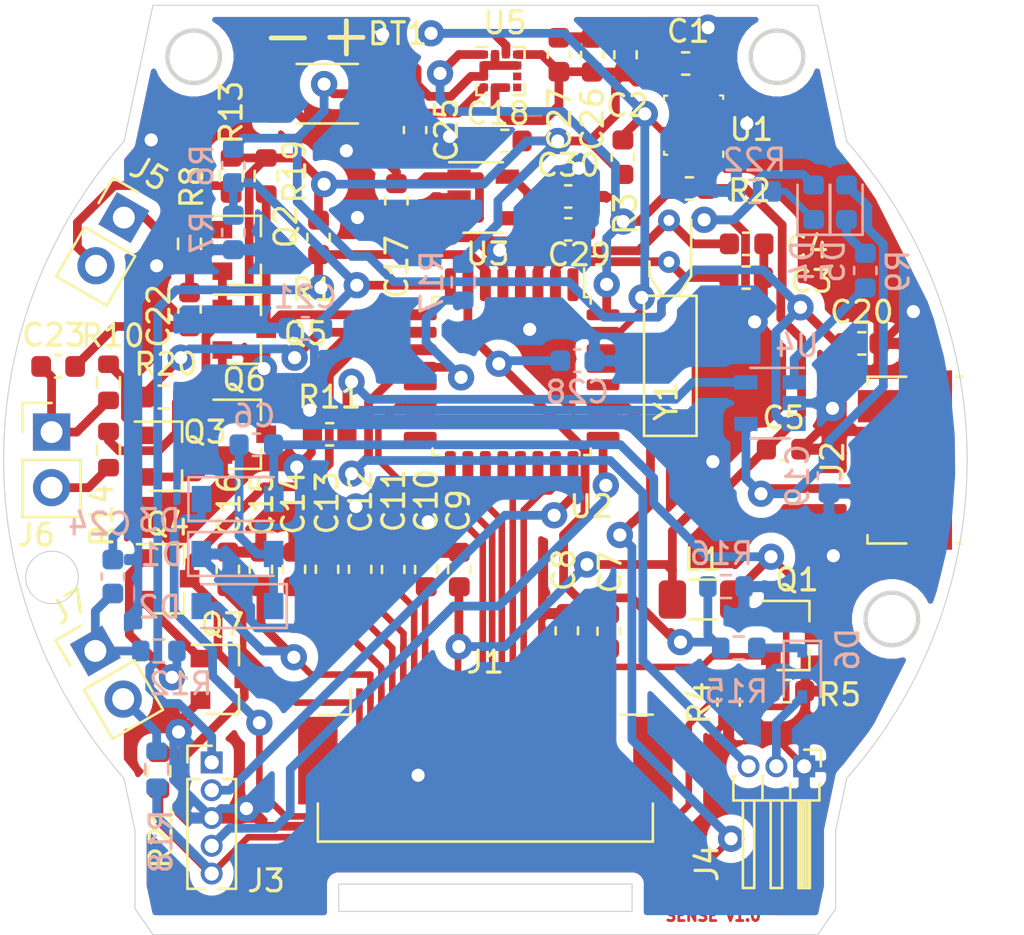
<source format=kicad_pcb>
(kicad_pcb (version 20211014) (generator pcbnew)
  (layers (0 "F.Cu" signal) (31 "B.Cu" signal) (34 "B.Paste" user) (35 "F.Paste" user) (36 "B.SilkS" user "B.Silkscreen") (37 "F.SilkS" user "F.Silkscreen") (38 "B.Mask" user) (39 "F.Mask" user) (44 "Edge.Cuts" user))
  (net 0 "")
  (net 1 "GND")
  (net 2 "3V3")
  (net 3 "Net-(C3-Pad1)")
  (net 4 "Net-(C4-Pad1)")
  (net 5 "Net-(C6-Pad1)")
  (net 6 "Net-(C6-Pad2)")
  (net 7 "Net-(C7-Pad1)")
  (net 8 "Net-(C8-Pad1)")
  (net 9 "Net-(C10-Pad1)")
  (net 10 "Net-(C11-Pad1)")
  (net 11 "Net-(C12-Pad1)")
  (net 12 "PREVGH")
  (net 13 "Net-(C14-Pad1)")
  (net 14 "PREVGL")
  (net 15 "Net-(C16-Pad1)")
  (net 16 "GDR")
  (net 17 "RESE")
  (net 18 "BUSY")
  (net 19 "RST")
  (net 20 "DC")
  (net 21 "SCL")
  (net 22 "SDA")
  (net 23 "Net-(U2-Pad13)")
  (net 24 "Net-(U2-Pad16)")
  (net 25 "Net-(U2-Pad17)")
  (net 26 "Net-(U2-Pad20)")
  (net 27 "Net-(U2-Pad26)")
  (net 28 "Net-(U3-Pad4)")
  (net 29 "Net-(J1-Pad18)")
  (net 30 "Net-(J1-Pad19)")
  (net 31 "Net-(J1-Pad24)")
  (net 32 "Net-(U2-Pad1)")
  (net 33 "Net-(U2-Pad15)")
  (net 34 "Net-(U2-Pad28)")
  (net 35 "Net-(U2-Pad29)")
  (net 36 "VIN")
  (net 37 "Net-(C19-Pad1)")
  (net 38 "Net-(D5-Pad1)")
  (net 39 "Net-(J2-Pad2)")
  (net 40 "Net-(J2-Pad3)")
  (net 41 "Net-(J2-Pad4)")
  (net 42 "Net-(J2-Pad6)")
  (net 43 "BATT")
  (net 44 "Net-(R9-Pad2)")
  (net 45 "Net-(R11-Pad1)")
  (net 46 "SWDCLK")
  (net 47 "SWDIO")
  (net 48 "SWDRST")
  (net 49 "Net-(U2-Pad22)")
  (net 50 "MOSI")
  (net 51 "SCK")
  (net 52 "CS")
  (net 53 "Net-(C22-Pad1)")
  (net 54 "Net-(C23-Pad1)")
  (net 55 "Net-(C24-Pad1)")
  (net 56 "Net-(C25-Pad1)")
  (net 57 "Net-(U5-Pad7)")
  (net 58 "Net-(U5-Pad8)")
  (net 59 "Net-(D6-Pad1)")
  (net 60 "Net-(D6-Pad2)")
  (net 61 "VOLTIMETER")
  (net 62 "OHMOMETER")
  (net 63 "Net-(J5-Pad2)")
  (net 64 "Net-(J6-Pad2)")
  (net 65 "Net-(J7-Pad2)")
  (net 66 "START")
  (net 67 "Net-(Q2-Pad2)")
  (net 68 "Net-(Q2-Pad1)")
  (net 69 "SET")
  (net 70 "Net-(Q3-Pad2)")
  (net 71 "Net-(Q3-Pad1)")
  (net 72 "Net-(Q4-Pad1)")
  (net 73 "Net-(Q4-Pad2)")
  (net 74 "RESET")
  (net 75 "Net-(D4-Pad1)")
  (net 76 "Net-(D4-Pad2)")
  (footprint "Resistor_SMD:R_0603_1608Metric" (layer "F.Cu") (at 151.892 108.6025 -90)
    (fp_text reference "R1")
    (fp_text value "10k")
  )
  (footprint "Resistor_SMD:R_2010_5025Metric" (layer "F.Cu") (at 152.29 102.04 180)
    (fp_text reference "BT1")
    (fp_text value "Lipo")
  )
  (footprint "Capacitor_SMD:C_0603_1608Metric" (layer "F.Cu") (at 168.656 100.66 180)
    (fp_text reference "C1")
    (fp_text value "225")
  )
  (footprint "Capacitor_SMD:C_0603_1608Metric" (layer "F.Cu") (at 171.42 110.44)
    (fp_text reference "C3")
    (fp_text value "100")
  )
  (footprint "Capacitor_SMD:C_0603_1608Metric" (layer "F.Cu") (at 171.44 108.9)
    (fp_text reference "C4")
    (fp_text value "100")
  )
  (footprint "Capacitor_SMD:C_0603_1608Metric" (layer "F.Cu") (at 173.13 118.28)
    (fp_text reference "C5")
    (fp_text value "225")
  )
  (footprint "Capacitor_SMD:C_0603_1608Metric" (layer "F.Cu") (at 165.14 126.6 90)
    (fp_text reference "C7")
    (fp_text value "105")
  )
  (footprint "Capacitor_SMD:C_0603_1608Metric" (layer "F.Cu") (at 158.32 123.78 90)
    (fp_text reference "C9")
    (fp_text value "104")
  )
  (footprint "Capacitor_SMD:C_0603_1608Metric" (layer "F.Cu") (at 156.81 123.78 90)
    (fp_text reference "C10")
    (fp_text value "105")
  )
  (footprint "Capacitor_SMD:C_0603_1608Metric" (layer "F.Cu") (at 155.3 123.78 90)
    (fp_text reference "C11")
    (fp_text value "105")
  )
  (footprint "Capacitor_SMD:C_0603_1608Metric" (layer "F.Cu") (at 153.79 123.77 90)
    (fp_text reference "C12")
    (fp_text value "105")
  )
  (footprint "Capacitor_SMD:C_0603_1608Metric" (layer "F.Cu") (at 152.28 123.77 90)
    (fp_text reference "C13")
    (fp_text value "105")
  )
  (footprint "Capacitor_SMD:C_0603_1608Metric" (layer "F.Cu") (at 150.77 123.77 90)
    (fp_text reference "C14")
    (fp_text value "105")
  )
  (footprint "Capacitor_SMD:C_0603_1608Metric" (layer "F.Cu") (at 149.26 123.77 90)
    (fp_text reference "C15")
    (fp_text value "105")
  )
  (footprint "Capacitor_SMD:C_0603_1608Metric" (layer "F.Cu") (at 155.448 106.934 -90)
    (fp_text reference "C17")
    (fp_text value "225")
  )
  (footprint "Capacitor_SMD:C_0603_1608Metric" (layer "F.Cu") (at 160.401 104.19842 180)
    (fp_text reference "C18")
    (fp_text value "225")
  )
  (footprint "Connector_FFC-FPC:Hirose_FH12-24S-0.5SH_1x24-1MP_P0.50mm_Horizontal" (layer "F.Cu") (at 159.51 131.71)
    (fp_text reference "J1")
    (fp_text value "PFC24/display")
  )
  (footprint "Resistor_SMD:R_0603_1608Metric" (layer "F.Cu") (at 168.83 106.37 180)
    (fp_text reference "R2")
    (fp_text value "4k7")
  )
  (footprint "Resistor_SMD:R_0603_1608Metric" (layer "F.Cu") (at 165.79 104.94 90)
    (fp_text reference "R3")
    (fp_text value "4k7")
  )
  (footprint "Package_LGA:Bosch_LGA-8_2.5x2.5mm_P0.65mm_ClockwisePinNumbering" (layer "F.Cu") (at 169.02 103.48 180)
    (fp_text reference "U1")
    (fp_text value "BME280")
  )
  (footprint "Package_TO_SOT_SMD:SOT-23-5" (layer "F.Cu") (at 159.41 106.78)
    (fp_text reference "U3")
    (fp_text value "TC1185-3.3")
  )
  (footprint "Capacitor_SMD:C_0603_1608Metric" (layer "F.Cu") (at 163.23 126.58 90)
    (fp_text reference "C8")
    (fp_text value "105")
  )
  (footprint "Connector_USB:USB_Micro-B_Molex_47346-0001" (layer "F.Cu") (at 178.67 118.78 90)
    (fp_text reference "J2")
    (fp_text value "USB_B_Micro")
  )
  (footprint "Package_QFP:LQFP-32_7x7mm_P0.8mm" (layer "F.Cu") (at 160.71 114.94 -90)
    (fp_text reference "U2")
    (fp_text value "STM32G070KB")
  )
  (footprint "Resistor_SMD:R_0603_1608Metric" (layer "F.Cu") (at 152.4 117.6 180)
    (fp_text reference "R11")
    (fp_text value "12k")
  )
  (footprint "Capacitor_SMD:C_0603_1608Metric" (layer "F.Cu") (at 147.75 123.77 90)
    (fp_text reference "C16")
    (fp_text value "105")
  )
  (footprint "Resistor_SMD:R_0603_1608Metric" (layer "F.Cu") (at 173.3042 129.33172)
    (fp_text reference "R5")
    (fp_text value "1R5")
  )
  (footprint "Resistor_SMD:R_0603_1608Metric" (layer "F.Cu") (at 170.61688 129.83972 -90)
    (fp_text reference "R4")
    (fp_text value "10k")
  )
  (footprint "Package_TO_SOT_SMD:SOT-23" (layer "F.Cu") (at 173.54804 126.79426)
    (fp_text reference "Q1")
    (fp_text value "IRLML0030TR")
  )
  (footprint "Capacitor_SMD:C_0603_1608Metric" (layer "F.Cu") (at 176.7 113.45)
    (fp_text reference "C20")
    (fp_text value "475")
  )
  (footprint "Resistor_SMD:R_1206_3216Metric" (layer "F.Cu") (at 169.45 125.15)
    (fp_text reference "L1")
    (fp_text value "10-68uH, 15mA")
  )
  (footprint "Crystal:Crystal_DS26_D2.0mm_L6.0mm_Horizontal" (layer "F.Cu") (at 167.894 109.728 90)
    (fp_text reference "Y1")
    (fp_text value "32k768")
  )
  (footprint "Capacitor_SMD:C_0603_1608Metric" (layer "F.Cu") (at 165.91 100.26 90)
    (fp_text reference "C2")
    (fp_text value "104")
  )
  (footprint "Connector_PinHeader_1.27mm:PinHeader_1x05_P1.27mm_Vertical" (layer "F.Cu") (at 147.01266 132.59308)
    (fp_text reference "J3")
    (fp_text value "programming")
  )
  (footprint "Package_LGA:LGA-12_2x2mm_P0.5mm" (layer "F.Cu") (at 160.2 101)
    (fp_text reference "U5")
    (fp_text value "LIS3MDL")
  )
  (footprint "Capacitor_SMD:C_0603_1608Metric" (layer "F.Cu") (at 156.3 103.7 -90)
    (fp_text reference "C25")
    (fp_text value "104")
  )
  (footprint "Capacitor_SMD:C_0603_1608Metric" (layer "F.Cu") (at 164.39 100.265 90)
    (fp_text reference "C26")
    (fp_text value "104")
  )
  (footprint "Capacitor_SMD:C_0603_1608Metric" (layer "F.Cu") (at 162.87 100.26 90)
    (fp_text reference "C27")
    (fp_text value "105")
  )
  (footprint "Connector_PinHeader_1.27mm:PinHeader_1x03_P1.27mm_Horizontal" (layer "F.Cu") (at 174.06874 132.77088 -90)
    (fp_text reference "J4")
    (fp_text value "meter")
  )
  (footprint "Capacitor_SMD:C_0603_1608Metric" (layer "F.Cu") (at 163.29406 108.23702)
    (fp_text reference "C29")
    (fp_text value "475")
  )
  (footprint "Capacitor_SMD:C_0603_1608Metric" (layer "F.Cu") (at 163.29406 106.73588)
    (fp_text reference "C30")
    (fp_text value "104")
  )
  (footprint "Connector_PinHeader_2.54mm:PinHeader_1x02_P2.54mm_Vertical" (layer "F.Cu") (at 143 107.7 -30)
    (fp_text reference "J5")
    (fp_text value "START")
  )
  (footprint "Connector_PinHeader_2.54mm:PinHeader_1x02_P2.54mm_Vertical" (layer "F.Cu") (at 139.7 117.5)
    (fp_text reference "J6")
    (fp_text value "SET")
  )
  (footprint "Connector_PinHeader_2.54mm:PinHeader_1x02_P2.54mm_Vertical" (layer "F.Cu") (at 141.7 127.5 30)
    (fp_text reference "J7")
    (fp_text value "RESET")
  )
  (footprint "Package_TO_SOT_SMD:SOT-23" (layer "F.Cu") (at 148.5 109.2)
    (fp_text reference "Q2")
    (fp_text value "BC817")
  )
  (footprint "Package_TO_SOT_SMD:SOT-23" (layer "F.Cu") (at 144.9 118.6)
    (fp_text reference "Q3")
    (fp_text value "BC817")
  )
  (footprint "Package_TO_SOT_SMD:SOT-23" (layer "F.Cu") (at 145 124.2)
    (fp_text reference "Q4")
    (fp_text value "BC817")
  )
  (footprint "Package_TO_SOT_SMD:SOT-23" (layer "F.Cu") (at 148.5 112.8)
    (fp_text reference "Q5")
    (fp_text value "BC817")
  )
  (footprint "Package_TO_SOT_SMD:SOT-23" (layer "F.Cu") (at 148.5 117.6)
    (fp_text reference "Q6")
    (fp_text value "BC817")
  )
  (footprint "Package_TO_SOT_SMD:SOT-23" (layer "F.Cu") (at 147.5 128.8)
    (fp_text reference "Q7")
    (fp_text value "BC817")
  )
  (footprint "Resistor_SMD:R_0603_1608Metric" (layer "F.Cu") (at 146 108.9 -90)
    (fp_text reference "R8")
    (fp_text value "100k")
  )
  (footprint "Resistor_SMD:R_0603_1608Metric" (layer "F.Cu") (at 147.9 105.8 -90)
    (fp_text reference "R13")
    (fp_text value "100k")
  )
  (footprint "Resistor_SMD:R_0603_1608Metric" (layer "F.Cu") (at 142.3 118.3 -90)
    (fp_text reference "R14")
    (fp_text value "100k")
  )
  (footprint "Resistor_SMD:R_0603_1608Metric" (layer "F.Cu") (at 149.5 105.8 90)
    (fp_text reference "R19")
    (fp_text value "47k")
  )
  (footprint "Resistor_SMD:R_0603_1608Metric" (layer "F.Cu") (at 144.825 115.9)
    (fp_text reference "R20")
    (fp_text value "47k")
  )
  (footprint "Capacitor_SMD:C_0603_1608Metric" (layer "F.Cu") (at 146 111.9 -90)
    (fp_text reference "C22")
    (fp_text value "100p")
  )
  (footprint "Capacitor_SMD:C_0603_1608Metric" (layer "F.Cu") (at 140 114.5)
    (fp_text reference "C23")
    (fp_text value "100p")
  )
  (footprint "Resistor_SMD:R_0603_1608Metric" (layer "F.Cu") (at 144.6 133 -90)
    (fp_text reference "R21")
    (fp_text value "47k")
  )
  (footprint "Resistor_SMD:R_0603_1608Metric" (layer "F.Cu") (at 142.3 115.225 -90)
    (fp_text reference "R10")
    (fp_text value "100k")
  )
  (footprint "Capacitor_SMD:C_0603_1608Metric" (layer "B.Cu") (at 149.05 118.08)
    (fp_text reference "C6")
    (fp_text value "104")
  )
  (footprint "Diode_SMD:D_SOD-123" (layer "B.Cu") (at 148.2 120.56)
    (fp_text reference "D3")
    (fp_text value "MBR0530")
  )
  (footprint "Diode_SMD:D_SOD-123" (layer "B.Cu") (at 148.19 125.45 180)
    (fp_text reference "D2")
    (fp_text value "MBR0530")
  )
  (footprint "Diode_SMD:D_SOD-123" (layer "B.Cu") (at 148.19 123.07)
    (fp_text reference "D1")
    (fp_text value "MBR0530")
  )
  (footprint "Resistor_SMD:R_0603_1608Metric" (layer "B.Cu") (at 148 105.32 -90)
    (fp_text reference "R6")
    (fp_text value "100k")
  )
  (footprint "Resistor_SMD:R_0603_1608Metric" (layer "B.Cu") (at 148 108.38 -90)
    (fp_text reference "R7")
    (fp_text value "100k")
  )
  (footprint "Resistor_SMD:R_0603_1608Metric" (layer "B.Cu") (at 176.86 110.12 -90)
    (fp_text reference "R9")
    (fp_text value "470R")
  )
  (footprint "Capacitor_SMD:C_0603_1608Metric" (layer "B.Cu") (at 175.2 119.5 -90)
    (fp_text reference "C19")
    (fp_text value "475")
  )
  (footprint "Diode_SMD:D_0603_1608Metric" (layer "B.Cu") (at 176 107 90)
    (fp_text reference "D5")
    (fp_text value "UV")
  )
  (footprint "Capacitor_SMD:C_0603_1608Metric" (layer "B.Cu") (at 151.29 112.76 180)
    (fp_text reference "C21")
    (fp_text value "104")
  )
  (footprint "Capacitor_SMD:C_0603_1608Metric" (layer "B.Cu") (at 163.71062 114.23904)
    (fp_text reference "C28")
    (fp_text value "104")
  )
  (footprint "Diode_SMD:D_SOD-323" (layer "B.Cu") (at 173.98238 128.54178 -90)
    (fp_text reference "D6")
    (fp_text value "BAT54JFILM")
  )
  (footprint "Resistor_SMD:R_0603_1608Metric" (layer "B.Cu") (at 171.07916 127.36322 180)
    (fp_text reference "R15")
    (fp_text value "39k")
  )
  (footprint "Resistor_SMD:R_0603_1608Metric" (layer "B.Cu") (at 170.49496 124.55906)
    (fp_text reference "R16")
    (fp_text value "1k")
  )
  (footprint "Resistor_SMD:R_0603_1608Metric" (layer "B.Cu") (at 158.496 110.65256 -90)
    (fp_text reference "R17")
    (fp_text value "10k")
  )
  (footprint "Package_TO_SOT_SMD:SOT-23-5" (layer "B.Cu") (at 172.50918 116.17706 180)
    (fp_text reference "U4")
    (fp_text value "MCP73831-2-OT")
  )
  (footprint "Resistor_SMD:R_0603_1608Metric" (layer "B.Cu") (at 144.6 127.5 180)
    (fp_text reference "R12")
    (fp_text value "100k")
  )
  (footprint "Resistor_SMD:R_0603_1608Metric" (layer "B.Cu") (at 144.5 132.9 90)
    (fp_text reference "R18")
    (fp_text value "100k")
  )
  (footprint "Capacitor_SMD:C_0603_1608Metric" (layer "B.Cu") (at 142.5 124.1 90)
    (fp_text reference "C24")
    (fp_text value "100p")
  )
  (footprint "LED_SMD:LED_0603_1608Metric" (layer "B.Cu") (at 174.5 107 90)
    (fp_text reference "D4")
    (fp_text value "LED")
  )
  (footprint "Resistor_SMD:R_0603_1608Metric" (layer "B.Cu") (at 171.8 106.5 180)
    (fp_text reference "R22")
    (fp_text value "470R")
  )
  (gr_line (start 176.01496 104.225629) (end 174.7 98) (layer "Edge.Cuts") (width 0.05))
  (gr_line (start 143.010001 104.220001) (end 144.33 98) (layer "Edge.Cuts") (width 0.05))
  (gr_arc (start 143.00504 133.314371) (mid 137.511081 118.766249) (end 143.010001 104.220001) (layer "Edge.Cuts") (width 0.05))
  (gr_arc (start 176.01496 104.225629) (mid 181.508919 118.773751) (end 176.009999 133.319999) (layer "Edge.Cuts") (width 0.05))
  (gr_line (start 144.33 140.462) (end 174.69 140.462) (layer "Edge.Cuts") (width 0.05))
  (gr_line (start 144.33 98) (end 174.7 98) (layer "Edge.Cuts") (width 0.05))
  (gr_line (start 152.81 138.15) (end 152.81 139.4) (layer "Edge.Cuts") (width 0.05))
  (gr_line (start 143.00504 133.314371) (end 143.51 135.71) (layer "Edge.Cuts") (width 0.05))
  (gr_line (start 176.009999 133.319999) (end 175.505039 135.715628) (layer "Edge.Cuts") (width 0.05))
  (gr_line (start 175.505039 135.715628) (end 175.505039 139.275628) (layer "Edge.Cuts") (width 0.05))
  (gr_circle (center 139.72 124.14) (end 138.52 124.14) (layer "Edge.Cuts") (width 0.05) (fill none))
  (gr_circle (center 172.83 100.35) (end 171.63 100.35) (layer "Edge.Cuts") (width 0.2) (fill none))
  (gr_circle (center 178.07 126.04) (end 176.87 126.04) (layer "Edge.Cuts") (width 0.2) (fill none))
  (gr_circle (center 146.19 100.35) (end 144.99 100.35) (layer "Edge.Cuts") (width 0.2) (fill none))
  (gr_line (start 175.505039 139.275628) (end 174.69 140.462) (layer "Edge.Cuts") (width 0.05))
  (gr_line (start 166.21 139.4) (end 166.21 138.15) (layer "Edge.Cuts") (width 0.05))
  (gr_line (start 143.51 139.27) (end 144.33 140.462) (layer "Edge.Cuts") (width 0.05))
  (gr_line (start 143.51 135.71) (end 143.51 139.27) (layer "Edge.Cuts") (width 0.05))
  (gr_line (start 152.81 139.4) (end 166.21 139.4) (layer "Edge.Cuts") (width 0.05))
  (gr_line (start 166.21 138.15) (end 152.81 138.15) (layer "Edge.Cuts") (width 0.05))
  (gr_text "Bart's\n        SENSE v1.0\n" (at 168.39 139.19) (layer "F.Cu") (effects (font (size 0.5 0.5) (thickness 0.125))))
  (gr_text "-" (at 150.49 99.34) (layer "F.SilkS") (effects (font (size 2 2) (thickness 0.22))))
  (gr_text "+" (at 153.162 99.314) (layer "F.SilkS") (effects (font (size 2 2) (thickness 0.22))))
  (segment (start 163.23 125.7925) (end 165.12 125.7925) (width 0.4) (layer "F.Cu") (net 1))
  (segment (start 165.91 99.4725) (end 165.795 99.4725) (width 0.4) (layer "F.Cu") (net 1))
  (segment (start 157.26 129.86) (end 157.26 130.81) (width 0.3) (layer "F.Cu") (net 1))
  (segment (start 161.76 130.71) (end 161.76 133.95) (width 0.3) (layer "F.Cu") (net 1))
  (segment (start 140.775 114.5) (end 142.6 112.675) (width 0.4) (layer "F.Cu") (net 1))
  (segment (start 151.950219 120.953101) (end 153.546899 120.953101) (width 0.4) (layer "F.Cu") (net 1))
  (segment (start 156.68878 133.43) (end 156.4386 133.17982) (width 0.3) (layer "F.Cu") (net 1))
  (segment (start 147.5 114.85) (end 147.95 115.3) (width 0.4) (layer "F.Cu") (net 1))
  (segment (start 159.840002 100.75) (end 159.95 100.640002) (width 0.4) (layer "F.Cu") (net 1))
  (segment (start 154.126401 135.510009) (end 156.4386 133.19781) (width 0.4) (layer "F.Cu") (net 1))
  (segment (start 148.6 134.7) (end 149.410009 135.510009) (width 0.4) (layer "F.Cu") (net 1))
  (segment (start 164.06906 106.73588) (end 164.06906 105.73796) (width 0.4) (layer "F.Cu") (net 1))
  (segment (start 161.76 133.95) (end 163.41 135.6) (width 0.3) (layer "F.Cu") (net 1))
  (segment (start 159.4375 101.25) (end 159.4375 100.75) (width 0.4) (layer "F.Cu") (net 1))
  (segment (start 160.31 109.915) (end 159.015 108.62) (width 0.4) (layer "F.Cu") (net 1))
  (segment (start 164.06906 105.73796) (end 163.77412 105.44302) (width 0.4) (layer "F.Cu") (net 1))
  (segment (start 156.374 107.7215) (end 157.2725 108.62) (width 0.4) (layer "F.Cu") (net 1))
  (segment (start 174.7175 117.48) (end 173.9175 118.28) (width 0.4) (layer "F.Cu") (net 1))
  (segment (start 153.546899 120.953101) (end 153.6 120.9) (width 0.4) (layer "F.Cu") (net 1))
  (segment (start 156.389999 100.909999) (end 154.82 99.34) (width 0.4) (layer "F.Cu") (net 1))
  (segment (start 172.2075 112.06168) (end 171.8056 112.46358) (width 0.4) (layer "F.Cu") (net 1))
  (segment (start 155.448 107.7215) (end 156.374 107.7215) (width 0.4) (layer "F.Cu") (net 1))
  (segment (start 151.5625 117.65) (end 151.6125 117.6) (width 0.4) (layer "F.Cu") (net 1))
  (segment (start 160.31 111.58264) (end 161.53384 112.80648) (width 0.4) (layer "F.Cu") (net 1))
  (segment (start 160.31 109.33728) (end 160.16224 109.18952) (width 0.4) (layer "F.Cu") (net 1))
  (segment (start 159.4375 100.75) (end 160.9625 100.75) (width 0.4) (layer "F.Cu") (net 1))
  (segment (start 174.0917 132.74792) (end 174.06874 132.77088) (width 0.3) (layer "F.Cu") (net 1))
  (segment (start 158.85 101.25) (end 157.939999 102.160001) (width 0.4) (layer "F.Cu") (net 1))
  (segment (start 179.02 112.03) (end 179.055 111.995) (width 0.3) (layer "F.Cu") (net 1))
  (segment (start 170.61688 130.62722) (end 171.92508 130.62722) (width 0.3) (layer "F.Cu") (net 1))
  (segment (start 146 112.675) (end 144.5 111.175) (width 0.4) (layer "F.Cu") (net 1))
  (segment (start 165.12 125.7925) (end 165.14 125.8125) (width 0.4) (layer "F.Cu") (net 1))
  (segment (start 159.4375 100.75) (end 159.840002 100.75) (width 0.4) (layer "F.Cu") (net 1))
  (segment (start 150.04 102.04) (end 152.648 104.648) (width 0.4) (layer "F.Cu") (net 1))
  (segment (start 174.0917 129.33172) (end 174.0917 132.74792) (width 0.3) (layer "F.Cu") (net 1))
  (segment (start 165.91 99.4725) (end 169.2275 99.4725) (width 0.4) (layer "F.Cu") (net 1))
  (segment (start 151.6125 117.6) (end 151.6125 116.630281) (width 0.4) (layer "F.Cu") (net 1))
  (segment (start 157.26 132.35842) (end 157.26 130.71) (width 0.3) (layer "F.Cu") (net 1))
  (segment (start 177.21 117.48) (end 174.7175 117.48) (width 0.4) (layer "F.Cu") (net 1))
  (segment (start 160.31 110.765) (end 160.31 109.33728) (width 0.4) (layer "F.Cu") (net 1))
  (segment (start 145.5 131.2) (end 145.5 130.75) (width 0.4) (layer "F.Cu") (net 1))
  (segment (start 169.22 135.6) (end 169.85 134.97) (width 0.3) (layer "F.Cu") (net 1))
  (segment (start 144.5 111.175) (end 144.5 109.9) (width 0.4) (layer "F.Cu") (net 1))
  (segment (start 171.565 104.505) (end 179.055 111.995) (width 0.4) (layer "F.Cu") (net 1))
  (segment (start 161.76 131.49) (end 161.76 129.86) (width 0.3) (layer "F.Cu") (net 1))
  (segment (start 171.92508 130.62722) (end 174.06874 132.77088) (width 0.3) (layer "F.Cu") (net 1))
  (segment (start 161.76 127.2625) (end 163.23 125.7925) (width 0.3) (layer "F.Cu") (net 1))
  (segment (start 175.3616 116.41328) (end 176.42832 117.48) (width 0.4) (layer "F.Cu") (net 1))
  (segment (start 169.995 104.505) (end 171.565 104.505) (width 0.4) (layer "F.Cu") (net 1))
  (segment (start 151.5625 118.4375) (end 151.5625 117.65) (width 0.4) (layer "F.Cu") (net 1))
  (segment (start 172.2075 110.44) (end 172.2075 112.06168) (width 0.4) (layer "F.Cu") (net 1))
  (segment (start 156.4386 133.19781) (end 156.4386 133.17982) (width 0.4) (layer "F.Cu") (net 1))
  (segment (start 169.85 131.3941) (end 170.61688 130.62722) (width 0.3) (layer "F.Cu") (net 1))
  (segment (start 164.06906 108.23702) (end 164.06906 106.73588) (width 0.4) (layer "F.Cu") (net 1))
  (segment (start 169.2275 99.4725) (end 169.68 99.02) (width 0.4) (layer "F.Cu") (net 1))
  (segment (start 157.939999 102.160001) (end 156.935999 102.160001) (width 0.4) (layer "F.Cu") (net 1))
  (segment (start 169.345 102.1365) (end 169.345 102.455) (width 0.3) (layer "F.Cu") (net 1))
  (segment (start 151.5625 118.4375) (end 150.9 119.1) (width 0.4) (layer "F.Cu") (net 1))
  (segment (start 151.6125 116.630281) (end 151.48222 116.500001) (width 0.4) (layer "F.Cu") (net 1))
  (segment (start 159.4375 101.25) (end 158.85 101.25) (width 0.4) (layer "F.Cu") (net 1))
  (segment (start 159.015 108.62) (end 157.2725 108.62) (width 0.4) (layer "F.Cu") (net 1))
  (segment (start 158.1725 106.9175) (end 158.31 106.78) (width 0.4) (layer "F.Cu") (net 1))
  (segment (start 176.42832 117.48) (end 177.21 117.48) (width 0.4) (layer "F.Cu") (net 1))
  (segment (start 172.2275 108.9) (end 172.2275 110.42) (width 0.4) (layer "F.Cu") (net 1))
  (segment (start 171.8056 116.9444) (end 169.9 118.85) (width 0.3) (layer "F.Cu") (net 1))
  (segment (start 160.31 110.765) (end 160.31 109.915) (width 0.4) (layer "F.Cu") (net 1))
  (segment (start 160.31 110.765) (end 160.31 111.58264) (width 0.4) (layer "F.Cu") (net 1))
  (segment (start 156.389999 101.614001) (end 156.389999 100.909999) (width 0.4) (layer "F.Cu") (net 1))
  (segment (start 163.41 135.6) (end 169.22 135.6) (width 0.3) (layer "F.Cu") (net 1))
  (segment (start 177.6 113.45) (end 179.055 111.995) (width 0.4) (layer "F.Cu") (net 1))
  (segment (start 142.6 112.675) (end 146 112.675) (width 0.4) (layer "F.Cu") (net 1))
  (segment (start 156.4386 133.17982) (end 157.26 132.35842) (width 0.3) (layer "F.Cu") (net 1))
  (segment (start 169.85 134.97) (end 169.85 131.3941) (width 0.3) (layer "F.Cu") (net 1))
  (segment (start 145.5 130.75) (end 146.5 129.75) (width 0.4) (layer "F.Cu") (net 1))
  (segment (start 149.410009 135.510009) (end 154.126401 135.510009) (width 0.4) (layer "F.Cu") (net 1))
  (segment (start 151.482219 120.485101) (end 151.950219 120.953101) (width 0.4) (layer "F.Cu") (net 1))
  (segment (start 158.31 106.78) (end 157.3155 106.78) (width 0.4) (layer "F.Cu") (net 1))
  (segment (start 147.5 113.75) (end 147.5 114.85) (width 0.4) (layer "F.Cu") (net 1))
  (segment (start 161.76 129.86) (end 161.76 127.2625) (width 0.3) (layer "F.Cu") (net 1))
  (segment (start 157.3155 106.78) (end 156.374 107.7215) (width 0.4) (layer "F.Cu") (net 1))
  (segment (start 156.935999 102.160001) (end 156.389999 101.614001) (width 0.4) (layer "F.Cu") (net 1))
  (segment (start 172.2275 110.42) (end 172.2075 110.44) (width 0.4) (layer "F.Cu") (net 1))
  (segment (start 171.8056 112.46358) (end 171.8056 116.9444) (width 0.3) (layer "F.Cu") (net 1))
  (segment (start 152.648 104.648) (end 153.162 104.648) (width 0.4) (layer "F.Cu") (net 1))
  (segment (start 161.76 129.86) (end 161.76 130.81) (width 0.3) (layer "F.Cu") (net 1))
  (segment (start 159.95 100.640002) (end 159.95 100.2375) (width 0.4) (layer "F.Cu") (net 1))
  (segment (start 167.8685 100.66) (end 169.345 102.1365) (width 0.3) (layer "F.Cu") (net 1))
  (via (at 144.5 109.9) (size 1.2) (drill 0.6) (layers "F.Cu" "B.Cu") (net 1))
  (via (at 169.9 118.85) (size 1.2) (drill 0.6) (layers "F.Cu" "B.Cu") (net 1))
  (via (at 171.8056 112.46358) (size 1.2) (drill 0.6) (layers "F.Cu" "B.Cu") (net 1))
  (via (at 175.3616 116.41328) (size 1.2) (drill 0.6) (layers "F.Cu" "B.Cu") (net 1))
  (via (at 175.4 123.15) (size 1.2) (drill 0.6) (layers "F.Cu" "B.Cu") (net 1))
  (via (at 161.53384 112.80648) (size 1.2) (drill 0.6) (layers "F.Cu" "B.Cu") (net 1))
  (via (at 179.055 111.995) (size 1.2) (drill 0.6) (layers "F.Cu" "B.Cu") (net 1))
  (via (at 151.48222 116.500001) (size 1.2) (drill 0.6) (layers "F.Cu" "B.Cu") (net 1))
  (via (at 169.68 99.02) (size 1.2) (drill 0.6) (layers "F.Cu" "B.Cu") (net 1))
  (via (at 148.6 134.7) (size 1.2) (drill 0.6) (layers "F.Cu" "B.Cu") (net 1))
  (via (at 153.6 120.9) (size 1.2) (drill 0.6) (layers "F.Cu" "B.Cu") (net 1))
  (via (at 154.82 99.34) (size 1.2) (drill 0.6) (layers "F.Cu" "B.Cu") (net 1))
  (via (at 144.25 104.15) (size 1.2) (drill 0.6) (layers "F.Cu" "B.Cu") (net 1))
  (via (at 171.45 103.4) (size 1.2) (drill 0.6) (layers "F.Cu" "B.Cu") (net 1))
  (via (at 160.16224 109.18952) (size 1.2) (drill 0.6) (layers "F.Cu" "B.Cu") (net 1))
  (via (at 156.4386 133.17982) (size 1.2) (drill 0.6) (layers "F.Cu" "B.Cu") (net 1))
  (via (at 150.9 119.1) (size 1.2) (drill 0.6) (layers "F.Cu" "B.Cu") (net 1))
  (via (at 156.9 121.6) (size 1.2) (drill 0.6) (layers "F.Cu" "B.Cu") (net 1))
  (via (at 157.8737 103.99522) (size 1.2) (drill 0.6) (layers "F.Cu" "B.Cu") (net 1))
  (via (at 145.5 131.2) (size 1.2) (drill 0.6) (layers "F.Cu" "B.Cu") (net 1))
  (via (at 149.4 114.6) (size 1.2) (drill 0.6) (layers "F.Cu" "B.Cu") (net 1))
  (via (at 153.67 107.696) (size 1.2) (drill 0.6) (layers "F.Cu" "B.Cu") (net 1))
  (via (at 163.77412 105.44302) (size 1.2) (drill 0.6) (layers "F.Cu" "B.Cu") (net 1))
  (via (at 153.162 104.648) (size 1.2) (drill 0.6) (layers "F.Cu" "B.Cu") (net 1))
  (segment (start 149.150001 116.500001) (end 149.300001 116.500001) (width 0.4) (layer "B.Cu") (net 1))
  (segment (start 168.48074 114.23904) (end 170.03014 114.23904) (width 0.4) (layer "B.Cu") (net 1))
  (segment (start 171.31996 124.55906) (end 173.99094 124.55906) (width 0.4) (layer "B.Cu") (net 1))
  (segment (start 145.27501 131.42499) (end 145.5 131.2) (width 0.4) (layer "B.Cu") (net 1))
  (segment (start 151.232001 115.000001) (end 149.800001 115.000001) (width 0.4) (layer "B.Cu") (net 1))
  (segment (start 147.44574 134.7) (end 148.6 134.7) (width 0.4) (layer "B.Cu") (net 1))
  (segment (start 151.700001 114.532001) (end 151.232001 115.000001) (width 0.4) (layer "B.Cu") (net 1))
  (segment (start 149.069999 126.450001) (end 151.649999 126.450001) (width 0.4) (layer "B.Cu") (net 1))
  (segment (start 142.5 123.325) (end 142.5 122.3) (width 0.4) (layer "B.Cu") (net 1))
  (segment (start 149.150001 116.500001) (end 167.814879 116.500001) (width 0.4) (layer "B.Cu") (net 1))
  (segment (start 175.2 122.95) (end 175.4 123.15) (width 0.4) (layer "B.Cu") (net 1))
  (segment (start 173.99094 124.55906) (end 175.4 123.15) (width 0.4) (layer "B.Cu") (net 1))
  (segment (start 148.8 125.48) (end 148.8 126.111458) (width 0.4) (layer "B.Cu") (net 1))
  (segment (start 151.649999 126.450001) (end 152.5 125.6) (width 0.4) (layer "B.Cu") (net 1))
  (segment (start 150.5025 112.76) (end 150.792002 112.76) (width 0.4) (layer "B.Cu") (net 1))
  (segment (start 167.969168 116.65429) (end 168.82929 116.65429) (width 0.4) (layer "B.Cu") (net 1))
  (segment (start 175.12538 116.17706) (end 175.3616 116.41328) (width 0.4) (layer "B.Cu") (net 1))
  (segment (start 171.473584 112.46358) (end 171.8056 112.46358) (width 0.4) (layer "B.Cu") (net 1))
  (segment (start 169.2 118.15) (end 169.9 118.85) (width 0.4) (layer "B.Cu") (net 1))
  (segment (start 175.2 120.2875) (end 175.2 122.95) (width 0.4) (layer "B.Cu") (net 1))
  (segment (start 147.01266 135.13308) (end 147.44574 134.7) (width 0.4) (layer "B.Cu") (net 1))
  (segment (start 142.5 122.3) (end 143.8 121) (width 0.4) (layer "B.Cu") (net 1))
  (segment (start 149.104271 126.415729) (end 148.8 126.111458) (width 0.4) (layer "B.Cu") (net 1))
  (segment (start 150.792002 112.76) (end 151.700001 113.667999) (width 0.4) (layer "B.Cu") (net 1))
  (segment (start 146.54 123.22) (end 148.8 125.48) (width 0.4) (layer "B.Cu") (net 1))
  (segment (start 164.48562 114.23904) (end 168.48074 114.23904) (width 0.4) (layer "B.Cu") (net 1))
  (segment (start 169.2 117.025) (end 169.2 118.15) (width 0.4) (layer "B.Cu") (net 1))
  (segment (start 173.60918 116.17706) (end 175.12538 116.17706) (width 0.4) (layer "B.Cu") (net 1))
  (segment (start 168.48074 114.23904) (end 168.95404 114.23904) (width 0.4) (layer "B.Cu") (net 1))
  (segment (start 167.814879 116.500001) (end 167.969168 116.65429) (width 0.4) (layer "B.Cu") (net 1))
  (segment (start 168.82929 116.65429) (end 169.2 117.025) (width 0.4) (layer "B.Cu") (net 1))
  (segment (start 149.800001 115.000001) (end 149.4 114.6) (width 0.4) (layer "B.Cu") (net 1))
  (segment (start 147.95 115.3) (end 149.150001 116.500001) (width 0.4) (layer "B.Cu") (net 1))
  (segment (start 145.27501 133.39543) (end 145.27501 131.42499) (width 0.4) (layer "B.Cu") (net 1))
  (segment (start 170.03014 114.23904) (end 171.8056 112.46358) (width 0.4) (layer "B.Cu") (net 1))
  (segment (start 148 109.1675) (end 147.5625 109.1675) (width 0.4) (layer "B.Cu") (net 1))
  (segment (start 147.01266 135.13308) (end 145.27501 133.39543) (width 0.4) (layer "B.Cu") (net 1))
  (segment (start 151.700001 113.667999) (end 151.700001 114.532001) (width 0.4) (layer "B.Cu") (net 1))
  (segment (start 146.54 123.07) (end 146.54 123.22) (width 0.4) (layer "B.Cu") (net 1))
  (segment (start 171.39756 106.37) (end 169.6175 106.37) (width 0.4) (layer "F.Cu") (net 2))
  (segment (start 142.3 117.475) (end 142.3 117.875) (width 0.4) (layer "F.Cu") (net 2))
  (segment (start 173.95 113.25) (end 172.999999 112.299999) (width 0.4) (layer "F.Cu") (net 2))
  (segment (start 144.6 135.26042) (end 147.01266 137.67308) (width 0.4) (layer "F.Cu") (net 2))
  (segment (start 159.95 101.7625) (end 160.45 101.7625) (width 0.4) (layer "F.Cu") (net 2))
  (segment (start 159.95 101.7625) (end 159.95 102.63) (width 0.4) (layer "F.Cu") (net 2))
  (segment (start 164.2625 104.2) (end 165.79 105.7275) (width 0.4) (layer "F.Cu") (net 2))
  (segment (start 173.06501 110.86184) (end 173.06501 108.03745) (width 0.4) (layer "F.Cu") (net 2))
  (segment (start 161.11 109.64608) (end 162.51906 108.23702) (width 0.4) (layer "F.Cu") (net 2))
  (segment (start 172.999999 110.926851) (end 173.06501 110.86184) (width 0.4) (layer "F.Cu") (net 2))
  (segment (start 170.121997 119.950001) (end 170.672499 119.950001) (width 0.4) (layer "F.Cu") (net 2))
  (segment (start 161.440001 108.909999) (end 161.44 106.555) (width 0.4) (layer "F.Cu") (net 2))
  (segment (start 146.749999 114.800001) (end 146.749999 113.109999) (width 0.4) (layer "F.Cu") (net 2))
  (segment (start 168.05 123.82) (end 168.05 122.021998) (width 0.4) (layer "F.Cu") (net 2))
  (segment (start 168.05 125.15) (end 168.05 123.82) (width 0.4) (layer "F.Cu") (net 2))
  (segment (start 158.26 127.34) (end 158.3 127.3) (width 0.3) (layer "F.Cu") (net 2))
  (segment (start 161.184 105.83) (end 162.814 104.2) (width 0.4) (layer "F.Cu") (net 2))
  (segment (start 147.309997 112.550001) (end 148.190001 112.550001) (width 0.4) (layer "F.Cu") (net 2))
  (segment (start 145.65 115.9) (end 146.749999 114.800001) (width 0.4) (layer "F.Cu") (net 2))
  (segment (start 164.3975 101.0475) (end 164.39 101.04) (width 0.4) (layer "F.Cu") (net 2))
  (segment (start 146.749999 113.109999) (end 147.309997 112.550001) (width 0.4) (layer "F.Cu") (net 2))
  (segment (start 148.72499 112.015012) (end 148.72499 105.75001) (width 0.4) (layer "F.Cu") (net 2))
  (segment (start 164.385 101.035) (end 164.39 101.04) (width 0.4) (layer "F.Cu") (net 2))
  (segment (start 169.345 106.0975) (end 169.6175 106.37) (width 0.3) (layer "F.Cu") (net 2))
  (segment (start 164.15 123.55) (end 167.78 123.55) (width 0.4) (layer "F.Cu") (net 2))
  (segment (start 168.05 122.021998) (end 170.121997 119.950001) (width 0.4) (layer "F.Cu") (net 2))
  (segment (start 160.55 105.79) (end 160.51 105.83) (width 0.4) (layer "F.Cu") (net 2))
  (segment (start 167.174112 101.509112) (end 168.045 102.38) (width 0.4) (layer "F.Cu") (net 2))
  (segment (start 169.995 102.455) (end 169.995 103.005) (width 0.3) (layer "F.Cu") (net 2))
  (segment (start 151.892 107.815) (end 151.892 106.426) (width 0.4) (layer "F.Cu") (net 2))
  (segment (start 144.6 133.825) (end 144.6 135.26042) (width 0.4) (layer "F.Cu") (net 2))
  (segment (start 165.448388 103.029612) (end 165.448388 101.509112) (width 0.4) (layer "F.Cu") (net 2))
  (segment (start 161.19008 104.2) (end 161.1885 104.19842) (width 0.4) (layer "F.Cu") (net 2))
  (segment (start 161.44 106.555) (end 160.715 105.83) (width 0.4) (layer "F.Cu") (net 2))
  (segment (start 161.11 110.765) (end 161.11 109.24) (width 0.4) (layer "F.Cu") (net 2))
  (segment (start 149.5 104.975) (end 150.949 104.975) (width 0.4) (layer "F.Cu") (net 2))
  (segment (start 161.440001 108.909999) (end 161.440001 108.187499) (width 0.4) (layer "F.Cu") (net 2))
  (segment (start 162.08499 100.24999) (end 160.9625 100.24999) (width 0.4) (layer "F.Cu") (net 2))
  (segment (start 165.91 101.0475) (end 166.371612 101.509112) (width 0.4) (layer "F.Cu") (net 2))
  (segment (start 170.672499 119.950001) (end 172.3425 118.28) (width 0.3) (layer "F.Cu") (net 2))
  (segment (start 158.3 124.5875) (end 158.32 124.5675) (width 0.3) (layer "F.Cu") (net 2))
  (segment (start 172.3425 118.28) (end 173.95 116.6725) (width 0.4) (layer "F.Cu") (net 2))
  (segment (start 142.3 117.875) (end 142.775001 118.350001) (width 0.4) (layer "F.Cu") (net 2))
  (segment (start 155.34 136.01) (end 157.76 133.59) (width 0.3) (layer "F.Cu") (net 2))
  (segment (start 167.78 123.55) (end 168.05 123.82) (width 0.4) (layer "F.Cu") (net 2))
  (segment (start 142.775001 118.350001) (end 144.590001 118.350001) (width 0.4) (layer "F.Cu") (net 2))
  (segment (start 165.448388 101.509112) (end 165.91 101.0475) (width 0.4) (layer "F.Cu") (net 2))
  (segment (start 162.51906 106.73588) (end 162.51906 108.23702) (width 0.4) (layer "F.Cu") (net 2))
  (segment (start 148.72499 105.75001) (end 149.5 104.975) (width 0.4) (layer "F.Cu") (net 2))
  (segment (start 162.814 104.2) (end 161.19008 104.2) (width 0.4) (layer "F.Cu") (net 2))
  (segment (start 168.695 102.455) (end 168.695 103.005) (width 0.3) (layer "F.Cu") (net 2))
  (segment (start 169.345 104.505) (end 169.345 106.0975) (width 0.3) (layer "F.Cu") (net 2))
  (segment (start 170.65 119.95) (end 172.45 118.15) (width 0.4) (layer "F.Cu") (net 2))
  (segment (start 173.06501 108.03745) (end 171.39756 106.37) (width 0.4) (layer "F.Cu") (net 2))
  (segment (start 161.11 110.765) (end 161.11 109.3743) (width 0.4) (layer "F.Cu") (net 2))
  (segment (start 148.190001 112.550001) (end 148.72499 112.015012) (width 0.4) (layer "F.Cu") (net 2))
  (segment (start 147.9 104.975) (end 149.5 104.975) (width 0.4) (layer "F.Cu") (net 2))
  (segment (start 160.715 105.83) (end 160.51 105.83) (width 0.4) (layer "F.Cu") (net 2))
  (segment (start 169.345 103.655) (end 169.345 104.505) (width 0.3) (layer "F.Cu") (net 2))
  (segment (start 169.995 101.2115) (end 169.995 102.455) (width 0.3) (layer "F.Cu") (net 2))
  (segment (start 165.91 101.0475) (end 164.3975 101.0475) (width 0.4) (layer "F.Cu") (net 2))
  (segment (start 160.51 105.83) (end 161.184 105.83) (width 0.4) (layer "F.Cu") (net 2))
  (segment (start 159.95 102.63) (end 160.59 103.27) (width 0.4) (layer "F.Cu") (net 2))
  (segment (start 145.39999 116.15001) (end 145.65 115.9) (width 0.4) (layer "F.Cu") (net 2))
  (segment (start 164.2625 104.2) (end 164.278 104.2) (width 0.4) (layer "F.Cu") (net 2))
  (segment (start 168.045 102.38) (end 168.045 102.455) (width 0.3) (layer "F.Cu") (net 2))
  (segment (start 162.87 101.035) (end 164.385 101.035) (width 0.4) (layer "F.Cu") (net 2))
  (segment (start 169.995 103.005) (end 169.345 103.655) (width 0.3) (layer "F.Cu") (net 2))
  (segment (start 161.11 109.24) (end 161.440001 108.909999) (width 0.4) (layer "F.Cu") (net 2))
  (segment (start 158.3 127.3) (end 158.3 124.5875) (width 0.4) (layer "F.Cu") (net 2))
  (segment (start 150.949 104.975) (end 152.146 106.172) (width 0.4) (layer "F.Cu") (net 2))
  (segment (start 148.67574 136.01) (end 155.34 136.01) (width 0.3) (layer "F.Cu") (net 2))
  (segment (start 162.18 103.27) (end 162.87 102.58) (width 0.4) (layer "F.Cu") (net 2))
  (segment (start 166.371612 101.509112) (end 167.174112 101.509112) (width 0.4) (layer "F.Cu") (net 2))
  (segment (start 158.5 124.7475) (end 158.32 124.5675) (width 0.4) (layer "F.Cu") (net 2))
  (segment (start 147.01266 137.67308) (end 148.67574 136.01) (width 0.3) (layer "F.Cu") (net 2))
  (segment (start 160.59 103.27) (end 162.18 103.27) (width 0.4) (layer "F.Cu") (net 2))
  (segment (start 145.39999 117.540012) (end 145.39999 116.15001) (width 0.4) (layer "F.Cu") (net 2))
  (segment (start 173.95 116.6725) (end 173.95 113.25) (width 0.4) (layer "F.Cu") (net 2))
  (segment (start 172.999999 112.299999) (end 172.999999 110.926851) (width 0.4) (layer "F.Cu") (net 2))
  (segment (start 144.590001 118.350001) (end 145.39999 117.540012) (width 0.4) (layer "F.Cu") (net 2))
  (segment (start 157.76 133.59) (end 157.76 130.71) (width 0.3) (layer "F.Cu") (net 2))
  (segment (start 162.87 101.035) (end 162.08499 100.24999) (width 0.4) (layer "F.Cu") (net 2))
  (segment (start 151.892 106.426) (end 152.146 106.172) (width 0.4) (layer "F.Cu") (net 2))
  (segment (start 164.278 104.2) (end 165.448388 103.029612) (width 0.4) (layer "F.Cu") (net 2))
  (segment (start 164.278 104.2) (end 162.14 104.2) (width 0.4) (layer "F.Cu") (net 2))
  (segment (start 157.76 129.86) (end 158.26 129.86) (width 0.3) (layer "F.Cu") (net 2))
  (segment (start 162.87 102.58) (end 162.87 101.035) (width 0.4) (layer "F.Cu") (net 2))
  (segment (start 168.695 103.005) (end 169.345 103.655) (width 0.3) (layer "F.Cu") (net 2))
  (segment (start 168.045 102.455) (end 168.695 102.455) (width 0.3) (layer "F.Cu") (net 2))
  (segment (start 158.26 129.86) (end 158.26 127.34) (width 0.3) (layer "F.Cu") (net 2))
  (segment (start 169.4435 100.66) (end 169.995 101.2115) (width 0.3) (layer "F.Cu") (net 2))
  (segment (start 161.11 110.765) (end 161.11 109.64608) (width 0.4) (layer "F.Cu") (net 2))
  (via (at 152.146 106.172) (size 1.2) (drill 0.6) (layers "F.Cu" "B.Cu") (net 2))
  (via (at 162.814 104.2) (size 1.2) (drill 0.6) (layers "F.Cu" "B.Cu") (net 2))
  (via (at 158.3 127.3) (size 1.2) (drill 0.6) (layers "F.Cu" "B.Cu") (net 2))
  (via (at 164.15 123.55) (size 1.2) (drill 0.6) (layers "F.Cu" "B.Cu") (net 2))
  (segment (start 152.146 106.172) (end 159.428 106.172) (width 0.4) (layer "B.Cu") (net 2))
  (segment (start 147.01266 137.587082) (end 147.01266 137.67308) (width 0.4) (layer "B.Cu") (net 2))
  (segment (start 160.083 106.931) (end 162.814 104.2) (width 0.4) (layer "B.Cu") (net 2))
  (segment (start 160.4 127.3) (end 158.3 127.3) (width 0.4) (layer "B.Cu") (net 2))
  (segment (start 144.5 133.725) (end 144.5 135.074422) (width 0.4) (layer "B.Cu") (net 2))
  (segment (start 158.496 109.82756) (end 158.496 109.57002) (width 0.4) (layer "B.Cu") (net 2))
  (segment (start 160.083 107.98302) (end 160.083 106.931) (width 0.4) (layer "B.Cu") (net 2))
  (segment (start 161.4 104.2) (end 162.814 104.2) (width 0.4) (layer "B.Cu") (net 2))
  (segment (start 144.5 135.074422) (end 147.01266 137.587082) (width 0.4) (layer "B.Cu") (net 2))
  (segment (start 158.496 109.57002) (end 160.083 107.98302) (width 0.4) (layer "B.Cu") (net 2))
  (segment (start 164.15 123.55) (end 160.4 127.3) (width 0.4) (layer "B.Cu") (net 2))
  (segment (start 159.428 106.172) (end 161.4 104.2) (width 0.4) (layer "B.Cu") (net 2))
  (segment (start 167.88099 109.71499) (end 167.894 109.728) (width 0.4) (layer "F.Cu") (net 3))
  (segment (start 163.01001 109.71499) (end 167.88099 109.71499) (width 0.4) (layer "F.Cu") (net 3))
  (segment (start 170.63 110.4375) (end 170.6325 110.44) (width 0.3) (layer "F.Cu") (net 3))
  (segment (start 162.71 110.765) (end 162.71 110.015) (width 0.4) (layer "F.Cu") (net 3))
  (segment (start 162.71 110.765) (end 162.71 109.915) (width 0.3) (layer "F.Cu") (net 3))
  (segment (start 168.6035 110.4375) (end 167.894 109.728) (width 0.4) (layer "F.Cu") (net 3))
  (segment (start 162.71 110.015) (end 163.01001 109.71499) (width 0.4) (layer "F.Cu") (net 3))
  (segment (start 170.63 110.4375) (end 168.6035 110.4375) (width 0.4) (layer "F.Cu") (net 3))
  (segment (start 166.50702 109.21498) (end 167.894 107.828) (width 0.4) (layer "F.Cu") (net 4))
  (segment (start 161.91 110.015) (end 162.71002 109.21498) (width 0.4) (layer "F.Cu") (net 4))
  (segment (start 162.71002 109.21498) (end 166.50702 109.21498) (width 0.4) (layer "F.Cu") (net 4))
  (segment (start 161.91 110.765) (end 161.91 110.015) (width 0.4) (layer "F.Cu") (net 4))
  (segment (start 168.966 108.9) (end 167.894 107.828) (width 0.4) (layer "F.Cu") (net 4))
  (segment (start 170.6525 108.9) (end 168.966 108.9) (width 0.4) (layer "F.Cu") (net 4))
  (segment (start 148.2625 122.2425) (end 149.09 123.07) (width 0.4) (layer "B.Cu") (net 5))
  (segment (start 149.84 122.92) (end 149.84 123.07) (width 0.4) (layer "B.Cu") (net 5))
  (segment (start 148.2625 118.08) (end 148.2625 122.2425) (width 0.4) (layer "B.Cu") (net 5))
  (segment (start 149.09 123.07) (end 149.84 123.07) (width 0.4) (layer "B.Cu") (net 5))
  (segment (start 149.84 125.45) (end 149.84 123.07) (width 0.4) (layer "B.Cu") (net 5))
  (segment (start 172.55236 123.19508) (end 174.54804 125.19076) (width 0.3) (layer "F.Cu") (net 6))
  (segment (start 170.85 124.89744) (end 172.55236 123.19508) (width 0.4) (layer "F.Cu") (net 6))
  (segment (start 174.54804 125.19076) (end 174.54804 126.79426) (width 0.3) (layer "F.Cu") (net 6))
  (segment (start 170.85 125.15) (end 170.85 124.89744) (width 0.4) (layer "F.Cu") (net 6))
  (via (at 172.55236 123.19508) (size 1.2) (drill 0.6) (layers "F.Cu" "B.Cu") (net 6))
  (segment (start 167.199999 120.757119) (end 167.47144 121.02856) (width 0.4) (layer "B.Cu") (net 6))
  (segment (start 167.199999 119.600001) (end 167.199999 120.757119) (width 0.4) (layer "B.Cu") (net 6))
  (segment (start 149.85 120.56) (end 149.85 118.0925) (width 0.4) (layer "B.Cu") (net 6))
  (segment (start 165.68 118.08) (end 165.68 118.080002) (width 0.4) (layer "B.Cu") (net 6))
  (segment (start 169.63796 123.19508) (end 172.55236 123.19508) (width 0.4) (layer "B.Cu") (net 6))
  (segment (start 165.68 118.080002) (end 167.199999 119.600001) (width 0.4) (layer "B.Cu") (net 6))
  (segment (start 149.85 118.0925) (end 149.8375 118.08) (width 0.3) (layer "B.Cu") (net 6))
  (segment (start 149.8375 118.08) (end 165.68 118.08) (width 0.4) (layer "B.Cu") (net 6))
  (segment (start 167.47144 121.02856) (end 169.63796 123.19508) (width 0.4) (layer "B.Cu") (net 6))
  (segment (start 167.32144 120.87856) (end 167.47144 121.02856) (width 0.3) (layer "B.Cu") (net 6))
  (segment (start 164.565 127.3875) (end 165.14 127.3875) (width 0.3) (layer "F.Cu") (net 7))
  (segment (start 163.76 128.43) (end 164.37 127.82) (width 0.3) (layer "F.Cu") (net 7))
  (segment (start 164.37 127.82) (end 164.37 127.5825) (width 0.3) (layer "F.Cu") (net 7))
  (segment (start 164.37 127.5825) (end 164.565 127.3875) (width 0.3) (layer "F.Cu") (net 7))
  (segment (start 163.76 129.86) (end 163.76 128.43) (width 0.3) (layer "F.Cu") (net 7))
  (segment (start 163.26 127.3975) (end 163.23 127.3675) (width 0.3) (layer "F.Cu") (net 8))
  (segment (start 163.26 129.86) (end 163.26 127.3975) (width 0.3) (layer "F.Cu") (net 8))
  (segment (start 156.76 129.86) (end 156.76 124.6175) (width 0.3) (layer "F.Cu") (net 9))
  (segment (start 156.76 124.6175) (end 156.81 124.5675) (width 0.3) (layer "F.Cu") (net 9))
  (segment (start 156.26 125.5275) (end 155.3 124.5675) (width 0.3) (layer "F.Cu") (net 10))
  (segment (start 156.26 129.86) (end 156.26 125.5275) (width 0.3) (layer "F.Cu") (net 10))
  (segment (start 155.77 126.7) (end 154.45 125.38) (width 0.3) (layer "F.Cu") (net 11))
  (segment (start 155.76 129.86) (end 155.76 127.314301) (width 0.3) (layer "F.Cu") (net 11))
  (segment (start 154.45 125.2175) (end 153.79 124.5575) (width 0.3) (layer "F.Cu") (net 11))
  (segment (start 155.76 127.314301) (end 155.77 127.304301) (width 0.3) (layer "F.Cu") (net 11))
  (segment (start 154.45 125.38) (end 154.45 125.2175) (width 0.3) (layer "F.Cu") (net 11))
  (segment (start 155.77 127.304301) (end 155.77 126.7) (width 0.3) (layer "F.Cu") (net 11))
  (segment (start 153.94 135.06) (end 155.26 133.74) (width 0.3) (layer "F.Cu") (net 12))
  (segment (start 153.2025 125.48) (end 152.28 124.5575) (width 0.3) (layer "F.Cu") (net 12))
  (segment (start 155.26 129.86) (end 155.26 130.81) (width 0.3) (layer "F.Cu") (net 12))
  (segment (start 155.26 127.38) (end 153.36 125.48) (width 0.3) (layer "F.Cu") (net 12))
  (segment (start 155.26 129.86) (end 155.26 127.38) (width 0.3) (layer "F.Cu") (net 12))
  (segment (start 149.19 133.86) (end 150.39 135.06) (width 0.3) (layer "F.Cu") (net 12))
  (segment (start 155.260001 130.790003) (end 155.26 130.790002) (width 0.3) (layer "F.Cu") (net 12))
  (segment (start 149.19 130.78) (end 149.19 133.86) (width 0.3) (layer "F.Cu") (net 12))
  (segment (start 153.36 125.48) (end 153.2025 125.48) (width 0.3) (layer "F.Cu") (net 12))
  (segment (start 155.26 130.71) (end 155.26 132.51) (width 0.3) (layer "F.Cu") (net 12))
  (segment (start 150.39 135.06) (end 153.94 135.06) (width 0.3) (layer "F.Cu") (net 12))
  (segment (start 155.26 133.74) (end 155.26 130.71) (width 0.3) (layer "F.Cu") (net 12))
  (via (at 149.19 130.78) (size 1.2) (drill 0.6) (layers "F.Cu" "B.Cu") (net 12))
  (segment (start 146.55 120.56) (end 146.55 121.46) (width 0.4) (layer "B.Cu") (net 12))
  (segment (start 147.055 128.645) (end 149.19 130.78) (width 0.4) (layer "B.Cu") (net 12))
  (segment (start 147.055 127.455) (end 147.055 128.645) (width 0.4) (layer "B.Cu") (net 12))
  (segment (start 146.55 121.46) (end 145.79 121.46) (width 0.4) (layer "B.Cu") (net 12))
  (segment (start 145.3 125.7) (end 147.055 127.455) (width 0.4) (layer "B.Cu") (net 12))
  (segment (start 145.79 121.46) (end 145.3 121.95) (width 0.4) (layer "B.Cu") (net 12))
  (segment (start 145.3 121.95) (end 145.3 125.7) (width 0.4) (layer "B.Cu") (net 12))
  (segment (start 154.76 128.26) (end 152.65 126.15) (width 0.3) (layer "F.Cu") (net 13))
  (segment (start 152.65 126.15) (end 152.3625 126.15) (width 0.3) (layer "F.Cu") (net 13))
  (segment (start 152.3625 126.15) (end 150.77 124.5575) (width 0.3) (layer "F.Cu") (net 13))
  (segment (start 154.76 129.86) (end 154.76 128.26) (width 0.3) (layer "F.Cu") (net 13))
  (segment (start 151.556346 128.58) (end 150.763173 127.786827) (width 0.3) (layer "F.Cu") (net 14))
  (segment (start 149.26 124.5575) (end 149.26 126.283654) (width 0.4) (layer "F.Cu") (net 14))
  (segment (start 154.26 128.58) (end 151.556346 128.58) (width 0.3) (layer "F.Cu") (net 14))
  (segment (start 149.26 126.283654) (end 150.763173 127.786827) (width 0.4) (layer "F.Cu") (net 14))
  (segment (start 154.26 129.86) (end 154.26 128.58) (width 0.3) (layer "F.Cu") (net 14))
  (via (at 150.763173 127.786827) (size 1.2) (drill 0.6) (layers "F.Cu" "B.Cu") (net 14))
  (segment (start 150.479765 127.503419) (end 150.763173 127.786827) (width 0.4) (layer "B.Cu") (net 14))
  (segment (start 147.29 125.45) (end 149.343419 127.503419) (width 0.4) (layer "B.Cu") (net 14))
  (segment (start 146.54 125.45) (end 147.29 125.45) (width 0.4) (layer "B.Cu") (net 14))
  (segment (start 149.343419 127.503419) (end 150.479765 127.503419) (width 0.4) (layer "B.Cu") (net 14))
  (segment (start 147.75 124.95) (end 148.450001 125.650001) (width 0.3) (layer "F.Cu") (net 15))
  (segment (start 147.75 124.5575) (end 147.75 124.95) (width 0.3) (layer "F.Cu") (net 15))
  (segment (start 148.450001 125.650001) (end 148.450001 127.449999) (width 0.3) (layer "F.Cu") (net 15))
  (segment (start 150.860002 129.86) (end 148.450001 127.449999) (width 0.3) (layer "F.Cu") (net 15))
  (segment (start 153.76 129.86) (end 150.860002 129.86) (width 0.3) (layer "F.Cu") (net 15))
  (segment (start 164.76 134.46) (end 165.42 135.12) (width 0.3) (layer "F.Cu") (net 16))
  (segment (start 164.76 129.86) (end 164.76 134.46) (width 0.3) (layer "F.Cu") (net 16))
  (segment (start 173.129598 130.05673) (end 173.248041 129.938287) (width 0.3) (layer "F.Cu") (net 16))
  (segment (start 165.42 135.12) (end 168.22 135.12) (width 0.3) (layer "F.Cu") (net 16))
  (segment (start 170.61688 129.05222) (end 171.62139 130.05673) (width 0.3) (layer "F.Cu") (net 16))
  (segment (start 171.62139 130.05673) (end 173.129598 130.05673) (width 0.3) (layer "F.Cu") (net 16))
  (segment (start 168.22 135.12) (end 168.8 134.54) (width 0.3) (layer "F.Cu") (net 16))
  (segment (start 168.8 130.8691) (end 170.61688 129.05222) (width 0.3) (layer "F.Cu") (net 16))
  (segment (start 173.248041 129.938287) (end 173.248041 126.544261) (width 0.3) (layer "F.Cu") (net 16))
  (segment (start 168.8 134.54) (end 168.8 130.8691) (width 0.3) (layer "F.Cu") (net 16))
  (segment (start 173.248041 126.544261) (end 172.54804 125.84426) (width 0.3) (layer "F.Cu") (net 16))
  (segment (start 164.26 128.91) (end 164.94 128.23) (width 0.3) (layer "F.Cu") (net 17))
  (segment (start 172.5167 129.33172) (end 172.5167 127.7756) (width 0.4) (layer "F.Cu") (net 17))
  (segment (start 169.87574 127.74426) (end 169.39 128.23) (width 0.3) (layer "F.Cu") (net 17))
  (segment (start 164.94 128.23) (end 169.39 128.23) (width 0.3) (layer "F.Cu") (net 17))
  (segment (start 172.5167 127.7756) (end 172.54804 127.74426) (width 0.4) (layer "F.Cu") (net 17))
  (segment (start 164.26 129.86) (end 164.26 128.91) (width 0.3) (layer "F.Cu") (net 17))
  (segment (start 172.54804 127.74426) (end 169.87574 127.74426) (width 0.3) (layer "F.Cu") (net 17))
  (segment (start 162.71 119.965) (end 162.71 119.115) (width 0.3) (layer "F.Cu") (net 18))
  (segment (start 162.12 120.21) (end 162.465 120.21) (width 0.3) (layer "F.Cu") (net 18))
  (segment (start 161.26 121.07) (end 162.12 120.21) (width 0.3) (layer "F.Cu") (net 18))
  (segment (start 161.26 129.86) (end 161.26 121.07) (width 0.3) (layer "F.Cu") (net 18))
  (segment (start 162.71 119.736766) (end 162.71 119.115) (width 0.3) (layer "F.Cu") (net 18))
  (segment (start 162.465 120.21) (end 162.71 119.965) (width 0.3) (layer "F.Cu") (net 18))
  (segment (start 161.11 119.736766) (end 161.11 119.115) (width 0.3) (layer "F.Cu") (net 19))
  (segment (start 161.11 120.16) (end 161.11 119.115) (width 0.3) (layer "F.Cu") (net 19))
  (segment (start 160.76 129.86) (end 160.76 120.51) (width 0.3) (layer "F.Cu") (net 19))
  (segment (start 160.76 120.51) (end 161.11 120.16) (width 0.3) (layer "F.Cu") (net 19))
  (segment (start 160.26 121.54) (end 159.51 120.79) (width 0.3) (layer "F.Cu") (net 20))
  (segment (start 160.26 129.86) (end 160.26 121.54) (width 0.3) (layer "F.Cu") (net 20))
  (segment (start 159.51 119.115) (end 159.565 119.115) (width 0.4) (layer "F.Cu") (net 20))
  (segment (start 159.51 120.79) (end 159.51 119.115) (width 0.3) (layer "F.Cu") (net 20))
  (segment (start 165.05 111.975) (end 164.885 112.14) (width 0.4) (layer "F.Cu") (net 21))
  (segment (start 168.045 104.505) (end 168.045 106.3675) (width 0.3) (layer "F.Cu") (net 21))
  (segment (start 165.7985 107.87888) (end 166.53362 107.87888) (width 0.4) (layer "F.Cu") (net 21))
  (segment (start 168.045 106.3675) (end 168.0425 106.37) (width 0.3) (layer "F.Cu") (net 21))
  (segment (start 166.53362 107.87888) (end 168.0425 106.37) (width 0.4) (layer "F.Cu") (net 21))
  (segment (start 158.3 100.25) (end 157.44 101.11) (width 0.4) (layer "F.Cu") (net 21))
  (segment (start 165.05 110.749999) (end 165.05 111.975) (width 0.4) (layer "F.Cu") (net 21))
  (segment (start 164.885 110.914999) (end 165.05 110.749999) (width 0.3) (layer "F.Cu") (net 21))
  (segment (start 159.4375 100.25) (end 158.3 100.25) (width 0.4) (layer "F.Cu") (net 21))
  (via (at 165.7985 107.87888) (size 1.2) (drill 0.6) (layers "F.Cu" "B.Cu") (net 21))
  (via (at 157.44 101.11) (size 1.2) (drill 0.6) (layers "F.Cu" "B.Cu") (net 21))
  (via (at 165.05 110.749999) (size 1.2) (drill 0.6) (layers "F.Cu" "B.Cu") (net 21))
  (segment (start 165.449999 107.530379) (end 165.7985 107.87888) (width 0.4) (layer "B.Cu") (net 21))
  (segment (start 157.44 102.29) (end 158 102.85) (width 0.4) (layer "B.Cu") (net 21))
  (segment (start 165.449999 105.279999) (end 165.449999 107.530379) (width 0.4) (layer "B.Cu") (net 21))
  (segment (start 157.44 101.11) (end 157.44 102.29) (width 0.4) (layer "B.Cu") (net 21))
  (segment (start 163.02 102.85) (end 165.449999 105.279999) (width 0.4) (layer "B.Cu") (net 21))
  (segment (start 158 102.85) (end 163.02 102.85) (width 0.4) (layer "B.Cu") (net 21))
  (segment (start 165.05 108.62738) (end 165.7985 107.87888) (width 0.4) (layer "B.Cu") (net 21))
  (segment (start 165.05 110.749999) (end 165.05 108.62738) (width 0.4) (layer "B.Cu") (net 21))
  (segment (start 166.79 102.96) (end 167.539999 103.709999) (width 0.3) (layer "F.Cu") (net 22))
  (segment (start 167.539999 103.709999) (end 168.449999 103.709999) (width 0.3) (layer "F.Cu") (net 22))
  (segment (start 168.695 103.955) (end 168.695 104.505) (width 0.3) (layer "F.Cu") (net 22))
  (segment (start 160.45 99.834998) (end 160.45 100.2375) (width 0.4) (layer "F.Cu") (net 22))
  (segment (start 165.635 112.94) (end 166.65 111.925) (width 0.3) (layer "F.Cu") (net 22))
  (segment (start 165.79 103.96) (end 166.79 102.96) (width 0.4) (layer "F.Cu") (net 22))
  (segment (start 166.65 111.925) (end 166.65 111.35) (width 0.3) (layer "F.Cu") (net 22))
  (segment (start 157.03 99.28) (end 159.895002 99.28) (width 0.4) (layer "F.Cu") (net 22))
  (segment (start 159.895002 99.28) (end 160.45 99.834998) (width 0.4) (layer "F.Cu") (net 22))
  (segment (start 165.79 104.1525) (end 165.79 103.96) (width 0.4) (layer "F.Cu") (net 22))
  (segment (start 164.885 112.94) (end 165.635 112.94) (width 0.3) (layer "F.Cu") (net 22))
  (segment (start 168.449999 103.709999) (end 168.695 103.955) (width 0.3) (layer "F.Cu") (net 22))
  (via (at 166.79 102.96) (size 1.2) (drill 0.6) (layers "F.Cu" "B.Cu") (net 22))
  (via (at 166.65 111.35) (size 1.2) (drill 0.6) (layers "F.Cu" "B.Cu") (net 22))
  (via (at 157.03 99.28) (size 1.2) (drill 0.6) (layers "F.Cu" "B.Cu") (net 22))
  (segment (start 166.79 102.96) (end 166.79 111.21) (width 0.4) (layer "B.Cu") (net 22))
  (segment (start 166.79 111.21) (end 166.65 111.35) (width 0.4) (layer "B.Cu") (net 22))
  (segment (start 166.9 103.07) (end 166.79 102.96) (width 0.3) (layer "B.Cu") (net 22))
  (segment (start 166.79 102.94) (end 166.79 102.96) (width 0.4) (layer "B.Cu") (net 22))
  (segment (start 157.03 99.28) (end 163.11 99.28) (width 0.4) (layer "B.Cu") (net 22))
  (segment (start 166.79 102.96) (end 163.11 99.28) (width 0.4) (layer "B.Cu") (net 22))
  (segment (start 175.55 113.45) (end 175.9125 113.45) (width 0.25) (layer "F.Cu") (net 36))
  (segment (start 154.54 104.032) (end 154.54 104.3125) (width 0.4) (layer "F.Cu") (net 36))
  (segment (start 156.4895 106.1465) (end 156.806 105.83) (width 0.4) (layer "F.Cu") (net 36))
  (segment (start 155.448 106.1465) (end 155.448 105.609) (width 0.4) (layer "F.Cu") (net 36))
  (segment (start 158.31 105.81) (end 158.31 105.83) (width 0.4) (layer "F.Cu") (net 36))
  (segment (start 154.54 102.04) (end 154.54 104.032) (width 0.4) (layer "F.Cu") (net 36))
  (segment (start 159.24 105.83) (end 158.31 105.83) (width 0.4) (layer "F.Cu") (net 36))
  (segment (start 155.448 105.609) (end 154.54 104.701) (width 0.4) (layer "F.Cu") (net 36))
  (segment (start 152.586 102.04) (end 152.146 101.6) (width 0.4) (layer "F.Cu") (net 36))
  (segment (start 156.806 105.83) (end 158.31 105.83) (width 0.4) (layer "F.Cu") (net 36))
  (segment (start 173.9 111.8) (end 175.55 113.45) (width 0.4) (layer "F.Cu") (net 36))
  (segment (start 159.240001 107.729999) (end 159.24 105.83) (width 0.4) (layer "F.Cu") (net 36))
  (segment (start 154.54 104.701) (end 154.54 104.032) (width 0.4) (layer "F.Cu") (net 36))
  (segment (start 158.31 107.73) (end 159.240001 107.729999) (width 0.4) (layer "F.Cu") (net 36))
  (segment (start 154.54 102.04) (end 152.586 102.04) (width 0.4) (layer "F.Cu") (net 36))
  (segment (start 155.448 106.1465) (end 156.4895 106.1465) (width 0.4) (layer "F.Cu") (net 36))
  (via (at 173.9 111.8) (size 1.2) (drill 0.6) (layers "F.Cu" "B.Cu") (net 36))
  (via (at 152.146 101.6) (size 1.2) (drill 0.6) (layers "F.Cu" "B.Cu") (net 36))
  (segment (start 172.19 110.09) (end 169.056 110.09) (width 0.4) (layer "B.Cu") (net 36))
  (segment (start 167.550001 111.595999) (end 167.550001 112.091641) (width 0.4) (layer "B.Cu") (net 36))
  (segment (start 152.146 102.844) (end 152.146 101.6) (width 0.4) (layer "B.Cu") (net 36))
  (segment (start 173.164178 117.12706) (end 172.779179 116.742061) (width 0.4) (layer "B.Cu") (net 36))
  (segment (start 154.178 109.474) (end 155.3337 110.6297) (width 0.4) (layer "B.Cu") (net 36))
  (segment (start 163.30422 110.6297) (end 164.924521 112.250001) (width 0.4) (layer "B.Cu") (net 36))
  (segment (start 172.779179 116.742061) (end 172.779179 112.920821) (width 0.4) (layer "B.Cu") (net 36))
  (segment (start 173.9 111.8) (end 174.06 111.64) (width 0.3) (layer "B.Cu") (net 36))
  (segment (start 148 104.5325) (end 148.461612 104.070888) (width 0.4) (layer "B.Cu") (net 36))
  (segment (start 155.3337 110.6297) (end 163.30422 110.6297) (width 0.4) (layer "B.Cu") (net 36))
  (segment (start 173.9 111.8) (end 172.19 110.09) (width 0.4) (layer "B.Cu") (net 36))
  (segment (start 172.779179 112.920821) (end 173.9 111.8) (width 0.4) (layer "B.Cu") (net 36))
  (segment (start 148.461612 104.070888) (end 150.919112 104.070888) (width 0.4) (layer "B.Cu") (net 36))
  (segment (start 150.919112 104.070888) (end 150.919112 106.977112) (width 0.4) (layer "B.Cu") (net 36))
  (segment (start 150.919112 106.977112) (end 153.416 109.474) (width 0.4) (layer "B.Cu") (net 36))
  (segment (start 169.056 110.09) (end 167.550001 111.595999) (width 0.4) (layer "B.Cu") (net 36))
  (segment (start 173.60918 117.12706) (end 173.164178 117.12706) (width 0.4) (layer "B.Cu") (net 36))
  (segment (start 164.924521 112.250001) (end 167.391641 112.250001) (width 0.4) (layer "B.Cu") (net 36))
  (segment (start 167.391641 112.250001) (end 167.550001 112.091641) (width 0.4) (layer "B.Cu") (net 36))
  (segment (start 150.919112 104.070888) (end 152.146 102.844) (width 0.4) (layer "B.Cu") (net 36))
  (segment (start 153.416 109.474) (end 154.178 109.474) (width 0.4) (layer "B.Cu") (net 36))
  (segment (start 173.14438 112.55562) (end 173.9 111.8) (width 0.4) (layer "B.Cu") (net 36))
  (segment (start 177.21 120.08) (end 172.33242 120.08) (width 0.4) (layer "F.Cu") (net 37))
  (segment (start 172.33242 120.08) (end 172.09516 120.31726) (width 0.4) (layer "F.Cu") (net 37))
  (via (at 172.09516 120.31726) (size 1.2) (drill 0.6) (layers "F.Cu" "B.Cu") (net 37))
  (segment (start 176.97251 107.18501) (end 176 106.2125) (width 0.4) (layer "B.Cu") (net 37))
  (segment (start 171.40918 119.63128) (end 172.09516 120.31726) (width 0.4) (layer "B.Cu") (net 37))
  (segment (start 175.2 117.906882) (end 175.2 118.7125) (width 0.4) (layer "B.Cu") (net 37))
  (segment (start 176.97251 108.201016) (end 177.68501 108.913516) (width 0.4) (layer "B.Cu") (net 37))
  (segment (start 177.68501 115.421872) (end 175.2 117.906882) (width 0.4) (layer "B.Cu") (net 37))
  (segment (start 171.40918 117.12706) (end 171.40918 119.63128) (width 0.4) (layer "B.Cu") (net 37))
  (segment (start 176.97251 107.18501) (end 176.97251 108.201016) (width 0.4) (layer "B.Cu") (net 37))
  (segment (start 172.09516 120.31726) (end 173.59524 120.31726) (width 0.4) (layer "B.Cu") (net 37))
  (segment (start 173.59524 120.31726) (end 175.2 118.7125) (width 0.4) (layer "B.Cu") (net 37))
  (segment (start 177.68501 108.913516) (end 177.68501 115.421872) (width 0.4) (layer "B.Cu") (net 37))
  (segment (start 176 108.4725) (end 176.86 109.3325) (width 0.4) (layer "B.Cu") (net 38))
  (segment (start 176 107.7875) (end 176 108.4725) (width 0.4) (layer "B.Cu") (net 38))
  (segment (start 177.57 116.3175) (end 179.4225 116.3175) (width 0.3) (layer "F.Cu") (net 42))
  (segment (start 179.4225 116.3175) (end 179.87 115.87) (width 0.3) (layer "F.Cu") (net 42))
  (segment (start 179.87 119.62) (end 179.87 117.94) (width 0.3) (layer "F.Cu") (net 42))
  (segment (start 179.4225 121.2425) (end 179.87 121.69) (width 0.3) (layer "F.Cu") (net 42))
  (segment (start 179.87 121.69) (end 179.87 119.62) (width 0.3) (layer "F.Cu") (net 42))
  (segment (start 177.57 121.2425) (end 179.4225 121.2425) (width 0.3) (layer "F.Cu") (net 42))
  (segment (start 179.87 117.94) (end 179.87 115.87) (width 0.3) (layer "F.Cu") (net 42))
  (segment (start 153.64 110.79) (end 157.885 110.79) (width 0.4) (layer "F.Cu") (net 43))
  (segment (start 157.885 110.79) (end 157.91 110.765) (width 0.3) (layer "F.Cu") (net 43))
  (via (at 153.64 110.79) (size 1.2) (drill 0.6) (layers "F.Cu" "B.Cu") (net 43))
  (segment (start 148 106.1075) (end 148 107.5925) (width 0.4) (layer "B.Cu") (net 43))
  (segment (start 148.9575 106.1075) (end 153.64 110.79) (width 0.4) (layer "B.Cu") (net 43))
  (segment (start 152.0775 112.3525) (end 153.64 110.79) (width 0.4) (layer "B.Cu") (net 43))
  (segment (start 152.0775 112.76) (end 152.0775 112.3525) (width 0.4) (layer "B.Cu") (net 43))
  (segment (start 148 106.1075) (end 148.9575 106.1075) (width 0.4) (layer "B.Cu") (net 43))
  (segment (start 173.60918 114.15832) (end 176.86 110.9075) (width 0.4) (layer "B.Cu") (net 44))
  (segment (start 173.60918 115.22706) (end 173.60918 114.15832) (width 0.4) (layer "B.Cu") (net 44))
  (segment (start 153.1375 115.4625) (end 153.4 115.2) (width 0.4) (layer "F.Cu") (net 45))
  (segment (start 153.1875 115.4125) (end 153.4 115.2) (width 0.4) (layer "F.Cu") (net 45))
  (segment (start 153.1875 117.6) (end 153.1875 115.4125) (width 0.4) (layer "F.Cu") (net 45))
  (via (at 153.4 115.2) (size 1.2) (drill 0.6) (layers "F.Cu" "B.Cu") (net 45))
  (segment (start 168.199991 115.999991) (end 168.972922 115.22706) (width 0.4) (layer "B.Cu") (net 45))
  (segment (start 168.972922 115.22706) (end 171.40918 115.22706) (width 0.4) (layer "B.Cu") (net 45))
  (segment (start 154.199991 115.999991) (end 168.199991 115.999991) (width 0.4) (layer "B.Cu") (net 45))
  (segment (start 153.4 115.2) (end 154.199991 115.999991) (width 0.4) (layer "B.Cu") (net 45))
  (segment (start 164.885 119.80762) (end 165.0111 119.93372) (width 0.4) (layer "F.Cu") (net 46))
  (segment (start 164.885 117.74) (end 164.885 119.80762) (width 0.4) (layer "F.Cu") (net 46))
  (via (at 165.0111 119.93372) (size 1.2) (drill 0.6) (layers "F.Cu" "B.Cu") (net 46))
  (segment (start 149.9 135.6) (end 147.81574 135.6) (width 0.4) (layer "B.Cu") (net 46))
  (segment (start 160.128002 125.45) (end 165.0111 120.566902) (width 0.4) (layer "B.Cu") (net 46))
  (segment (start 165.0111 120.566902) (end 165.0111 119.93372) (width 0.4) (layer "B.Cu") (net 46))
  (segment (start 150.6 134.9) (end 149.9 135.6) (width 0.4) (layer "B.Cu") (net 46))
  (segment (start 147.81574 135.6) (end 147.01266 136.40308) (width 0.4) (layer "B.Cu") (net 46))
  (segment (start 160.128002 125.45) (end 158.05 125.45) (width 0.4) (layer "B.Cu") (net 46))
  (segment (start 158.05 125.45) (end 150.6 132.9) (width 0.4) (layer "B.Cu") (net 46))
  (segment (start 150.6 132.9) (end 150.6 134.9) (width 0.4) (layer "B.Cu") (net 46))
  (segment (start 165.028003 120.549999) (end 165.050001 120.549999) (width 0.3) (layer "B.Cu") (net 46))
  (segment (start 163.51 120.44) (end 162.65 121.3) (width 0.4) (layer "F.Cu") (net 47))
  (segment (start 163.51 119.115) (end 163.51 120.44) (width 0.4) (layer "F.Cu") (net 47))
  (via (at 162.65 121.3) (size 1.2) (drill 0.6) (layers "F.Cu" "B.Cu") (net 47))
  (segment (start 149.29931 132.40069) (end 160.4 121.3) (width 0.4) (layer "B.Cu") (net 47))
  (segment (start 147.83692 133.86308) (end 149.29931 132.40069) (width 0.4) (layer "B.Cu") (net 47))
  (segment (start 147.01266 133.86308) (end 147.83692 133.86308) (width 0.4) (layer "B.Cu") (net 47))
  (segment (start 149 132.7) (end 149.29931 132.40069) (width 0.4) (layer "B.Cu") (net 47))
  (segment (start 160.4 121.3) (end 162.65 121.3) (width 0.4) (layer "B.Cu") (net 47))
  (segment (start 161.49288 121.3) (end 162.65 121.3) (width 0.3) (layer "B.Cu") (net 47))
  (segment (start 159.51 110.072522) (end 158.827478 109.39) (width 0.4) (layer "F.Cu") (net 48))
  (segment (start 151.892 110.792) (end 152 110.9) (width 0.4) (layer "F.Cu") (net 48))
  (segment (start 158.827478 109.39) (end 151.892 109.39) (width 0.4) (layer "F.Cu") (net 48))
  (segment (start 159.51 110.765) (end 159.51 110.072522) (width 0.4) (layer "F.Cu") (net 48))
  (segment (start 151.892 109.39) (end 151.892 110.792) (width 0.4) (layer "F.Cu") (net 48))
  (via (at 152 110.9) (size 1.2) (drill 0.6) (layers "F.Cu" "B.Cu") (net 48))
  (segment (start 144.55 111.85) (end 145.4 111) (width 0.4) (layer "B.Cu") (net 48))
  (segment (start 144.872297 129.9) (end 144.182112 129.209815) (width 0.4) (layer "B.Cu") (net 48))
  (segment (start 151.9 111) (end 152 110.9) (width 0.4) (layer "B.Cu") (net 48))
  (segment (start 144.182112 128.27501) (end 144.55 127.907122) (width 0.4) (layer "B.Cu") (net 48))
  (segment (start 147.01266 132.59308) (end 147.01266 131.41266) (width 0.4) (layer "B.Cu") (net 48))
  (segment (start 147.01266 131.41266) (end 145.5 129.9) (width 0.4) (layer "B.Cu") (net 48))
  (segment (start 145.4 111) (end 151.9 111) (width 0.4) (layer "B.Cu") (net 48))
  (segment (start 144.55 127.907122) (end 144.55 111.85) (width 0.4) (layer "B.Cu") (net 48))
  (segment (start 145.5 129.9) (end 144.872297 129.9) (width 0.4) (layer "B.Cu") (net 48))
  (segment (start 144.182112 129.209815) (end 144.182112 128.27501) (width 0.4) (layer "B.Cu") (net 48))
  (segment (start 154.625 118.755) (end 156.34 120.47) (width 0.3) (layer "F.Cu") (net 50))
  (segment (start 156.34 120.47) (end 157.34 120.47) (width 0.3) (layer "F.Cu") (net 50))
  (segment (start 155.685 116.14) (end 154.625 117.2) (width 0.3) (layer "F.Cu") (net 50))
  (segment (start 156.535 116.14) (end 155.685 116.14) (width 0.3) (layer "F.Cu") (net 50))
  (segment (start 158.84 121.97) (end 159.39 122.52) (width 0.3) (layer "F.Cu") (net 50))
  (segment (start 159.39 122.52) (end 159.39 128.23) (width 0.3) (layer "F.Cu") (net 50))
  (segment (start 159.39 128.23) (end 158.76 128.86) (width 0.3) (layer "F.Cu") (net 50))
  (segment (start 158.76 128.86) (end 158.76 129.86) (width 0.3) (layer "F.Cu") (net 50))
  (segment (start 158.71 121.84) (end 158.84 121.97) (width 0.3) (layer "F.Cu") (net 50))
  (segment (start 157.34 120.47) (end 158.84 121.97) (width 0.3) (layer "F.Cu") (net 50))
  (segment (start 154.625 117.2) (end 154.625 118.755) (width 0.3) (layer "F.Cu") (net 50))
  (segment (start 159.26 132.51) (end 159.26 130.71) (width 0.3) (layer "F.Cu") (net 51))
  (segment (start 165.735 116.14) (end 167.05 117.455) (width 0.4) (layer "F.Cu") (net 51))
  (segment (start 164.885 116.14) (end 165.735 116.14) (width 0.4) (layer "F.Cu") (net 51))
  (segment (start 167.05 117.455) (end 167.05 120.822) (width 0.4) (layer "F.Cu") (net 51))
  (segment (start 170.73 136.08) (end 169.980001 136.829999) (width 0.3) (layer "F.Cu") (net 51))
  (segment (start 169.239999 136.829999) (end 168.43 136.02) (width 0.3) (layer "F.Cu") (net 51))
  (segment (start 168.43 136.02) (end 162.77 136.02) (width 0.3) (layer "F.Cu") (net 51))
  (segment (start 159.26 129.86) (end 159.26 131.33) (width 0.3) (layer "F.Cu") (net 51))
  (segment (start 162.77 136.02) (end 159.26 132.51) (width 0.3) (layer "F.Cu") (net 51))
  (segment (start 166.271999 121.600001) (end 167.05 120.822) (width 0.4) (layer "F.Cu") (net 51))
  (segment (start 169.980001 136.829999) (end 169.239999 136.829999) (width 0.3) (layer "F.Cu") (net 51))
  (segment (start 166.249999 121.600001) (end 166.271999 121.600001) (width 0.4) (layer "F.Cu") (net 51))
  (segment (start 165.65 122.2) (end 166.249999 121.600001) (width 0.4) (layer "F.Cu") (net 51))
  (via (at 165.65 122.2) (size 1.2) (drill 0.6) (layers "F.Cu" "B.Cu") (net 51))
  (via (at 170.73 136.08) (size 1.2) (drill 0.6) (layers "F.Cu" "B.Cu") (net 51))
  (segment (start 170.73 136.08) (end 166.199979 131.549979) (width 0.4) (layer "B.Cu") (net 51))
  (segment (start 166.199979 131.549979) (end 166.199979 122.749979) (width 0.4) (layer "B.Cu") (net 51))
  (segment (start 166.199979 122.749979) (end 165.65 122.2) (width 0.4) (layer "B.Cu") (net 51))
  (segment (start 166.24 131.59) (end 170.73 136.08) (width 0.4) (layer "B.Cu") (net 51))
  (segment (start 158.71 119.115) (end 158.71 120.96) (width 0.3) (layer "F.Cu") (net 52))
  (segment (start 159.82 128.85) (end 159.76 128.91) (width 0.3) (layer "F.Cu") (net 52))
  (segment (start 158.71 120.96) (end 159.82 122.07) (width 0.3) (layer "F.Cu") (net 52))
  (segment (start 159.82 122.07) (end 159.82 128.85) (width 0.3) (layer "F.Cu") (net 52))
  (segment (start 159.76 128.91) (end 159.76 129.86) (width 0.3) (layer "F.Cu") (net 52))
  (segment (start 143.975 107.7) (end 146 109.725) (width 0.4) (layer "F.Cu") (net 53))
  (segment (start 146 109.725) (end 146 111.125) (width 0.4) (layer "F.Cu") (net 53))
  (segment (start 143 107.7) (end 143.975 107.7) (width 0.4) (layer "F.Cu") (net 53))
  (segment (start 139.7 117.5) (end 139.7 114.975) (width 0.4) (layer "F.Cu") (net 54))
  (segment (start 139.7 117.5) (end 140.85 117.5) (width 0.4) (layer "F.Cu") (net 54))
  (segment (start 140.85 117.5) (end 142.3 116.05) (width 0.4) (layer "F.Cu") (net 54))
  (segment (start 139.7 114.975) (end 139.225 114.5) (width 0.4) (layer "F.Cu") (net 54))
  (segment (start 141.7 127.5) (end 143.775 127.5) (width 0.4) (layer "B.Cu") (net 55))
  (segment (start 141.7 127.5) (end 141.7 125.675) (width 0.4) (layer "B.Cu") (net 55))
  (segment (start 141.7 125.675) (end 142.5 124.875) (width 0.4) (layer "B.Cu") (net 55))
  (segment (start 158.2625 102.925) (end 159.4375 101.75) (width 0.4) (layer "F.Cu") (net 56))
  (segment (start 156.3 102.925) (end 158.2625 102.925) (width 0.4) (layer "F.Cu") (net 56))
  (segment (start 171.90416 127.36322) (end 173.85382 127.36322) (width 0.4) (layer "B.Cu") (net 59))
  (segment (start 173.85382 127.36322) (end 173.98238 127.49178) (width 0.4) (layer "B.Cu") (net 59))
  (segment (start 172.79874 132.77088) (end 172.79874 130.77542) (width 0.4) (layer "B.Cu") (net 60))
  (segment (start 172.79874 130.77542) (end 173.98238 129.59178) (width 0.4) (layer "B.Cu") (net 60))
  (segment (start 158.71 112.963944) (end 160.124468 114.378412) (width 0.4) (layer "F.Cu") (net 61))
  (segment (start 166.197156 125.07499) (end 168.218686 127.09652) (width 0.4) (layer "F.Cu") (net 61))
  (segment (start 158.71 110.765) (end 158.71 112.963944) (width 0.4) (layer "F.Cu") (net 61))
  (segment (start 160.124468 114.378412) (end 164.06001 118.313954) (width 0.4) (layer "F.Cu") (net 61))
  (segment (start 163.72113 125.07499) (end 166.197156 125.07499) (width 0.4) (layer "F.Cu") (net 61))
  (segment (start 164.06001 121.221992) (end 163.082001 122.200001) (width 0.4) (layer "F.Cu") (net 61))
  (segment (start 167.97325 126.64999) (end 168.41978 127.09652) (width 0.4) (layer "F.Cu") (net 61))
  (segment (start 168.218686 127.09652) (end 168.41978 127.09652) (width 0.4) (layer "F.Cu") (net 61))
  (segment (start 163.082001 124.435861) (end 163.72113 125.07499) (width 0.4) (layer "F.Cu") (net 61))
  (segment (start 164.06001 118.313954) (end 164.06001 121.221992) (width 0.4) (layer "F.Cu") (net 61))
  (segment (start 163.082001 122.200001) (end 163.082001 124.435861) (width 0.4) (layer "F.Cu") (net 61))
  (via (at 160.124468 114.378412) (size 1.2) (drill 0.6) (layers "F.Cu" "B.Cu") (net 61))
  (via (at 168.41978 127.09652) (size 1.2) (drill 0.6) (layers "F.Cu" "B.Cu") (net 61))
  (segment (start 169.98746 127.09652) (end 170.25416 127.36322) (width 0.4) (layer "B.Cu") (net 61))
  (segment (start 168.41978 127.09652) (end 169.98746 127.09652) (width 0.4) (layer "B.Cu") (net 61))
  (segment (start 169.66996 124.55906) (end 169.66996 126.77902) (width 0.4) (layer "B.Cu") (net 61))
  (segment (start 160.26384 114.23904) (end 160.124468 114.378412) (width 0.4) (layer "B.Cu") (net 61))
  (segment (start 162.93562 114.23904) (end 160.26384 114.23904) (width 0.4) (layer "B.Cu") (net 61))
  (segment (start 169.66996 126.77902) (end 170.25416 127.36322) (width 0.4) (layer "B.Cu") (net 61))
  (segment (start 154.17499 116.15001) (end 154.17499 118.62501) (width 0.4) (layer "F.Cu") (net 62))
  (segment (start 156.535 114.54) (end 155.785 114.54) (width 0.4) (layer "F.Cu") (net 62))
  (segment (start 155.983944 114.54) (end 156.535 114.54) (width 0.4) (layer "F.Cu") (net 62))
  (segment (start 157.94 114.54) (end 158.4 115) (width 0.4) (layer "F.Cu") (net 62))
  (segment (start 154.17499 118.62501) (end 153.4 119.4) (width 0.4) (layer "F.Cu") (net 62))
  (segment (start 156.535 114.54) (end 157.94 114.54) (width 0.4) (layer "F.Cu") (net 62))
  (segment (start 155.785 114.54) (end 154.17499 116.15001) (width 0.4) (layer "F.Cu") (net 62))
  (via (at 158.4 115) (size 1.2) (drill 0.6) (layers "F.Cu" "B.Cu") (net 62))
  (via (at 153.4 119.4) (size 1.2) (drill 0.6) (layers "F.Cu" "B.Cu") (net 62))
  (segment (start 158.23184 111.74172) (end 158.496 111.47756) (width 0.4) (layer "B.Cu") (net 62))
  (segment (start 158.4 115) (end 156.8 113.4) (width 0.4) (layer "B.Cu") (net 62))
  (segment (start 166.699989 127.942129) (end 171.52874 132.77088) (width 0.4) (layer "B.Cu") (net 62))
  (segment (start 153.4 119.4) (end 153.999999 118.800001) (width 0.4) (layer "B.Cu") (net 62))
  (segment (start 166.699989 120.290607) (end 166.699989 127.942129) (width 0.4) (layer "B.Cu") (net 62))
  (segment (start 153.999999 118.800001) (end 165.209383 118.800001) (width 0.4) (layer "B.Cu") (net 62))
  (segment (start 156.8 112.3) (end 157.62244 111.47756) (width 0.4) (layer "B.Cu") (net 62))
  (segment (start 156.8 113.4) (end 156.8 112.3) (width 0.4) (layer "B.Cu") (net 62))
  (segment (start 157.62244 111.47756) (end 158.496 111.47756) (width 0.4) (layer "B.Cu") (net 62))
  (segment (start 158.23184 114.83184) (end 158.4 115) (width 0.4) (layer "B.Cu") (net 62))
  (segment (start 165.209383 118.800001) (end 166.699989 120.290607) (width 0.4) (layer "B.Cu") (net 62))
  (segment (start 142.564608 106.238868) (end 147.513868 106.238868) (width 0.4) (layer "F.Cu") (net 63))
  (segment (start 140.880001 109.049706) (end 140.880001 107.923475) (width 0.4) (layer "F.Cu") (net 63))
  (segment (start 141.73 109.899705) (end 140.880001 109.049706) (width 0.4) (layer "F.Cu") (net 63))
  (segment (start 147.513868 106.238868) (end 147.9 106.625) (width 0.4) (layer "F.Cu") (net 63))
  (segment (start 140.880001 107.923475) (end 142.564608 106.238868) (width 0.4) (layer "F.Cu") (net 63))
  (segment (start 139.7 120.04) (end 141.385 120.04) (width 0.4) (layer "F.Cu") (net 64))
  (segment (start 141.385 120.04) (end 142.3 119.125) (width 0.4) (layer "F.Cu") (net 64))
  (segment (start 144.5 132.075) (end 144.5 131.229705) (width 0.4) (layer "B.Cu") (net 65))
  (segment (start 144.5 131.229705) (end 142.97 129.699705) (width 0.4) (layer "B.Cu") (net 65))
  (segment (start 149.5 109.2) (end 149.5 112.8) (width 0.4) (layer "F.Cu") (net 66))
  (segment (start 150.16 112.14) (end 156.535 112.14) (width 0.4) (layer "F.Cu") (net 66))
  (segment (start 149.5 106.625) (end 149.5 109.2) (width 0.4) (layer "F.Cu") (net 66))
  (segment (start 149.5 112.8) (end 150.16 112.14) (width 0.4) (layer "F.Cu") (net 66))
  (segment (start 147.5 110.15) (end 147.5 111.85) (width 0.4) (layer "F.Cu") (net 67))
  (segment (start 147.325 108.075) (end 147.5 108.25) (width 0.4) (layer "F.Cu") (net 68))
  (segment (start 146 108.075) (end 147.325 108.075) (width 0.4) (layer "F.Cu") (net 68))
  (segment (start 149.5 116.8) (end 149.5 117.6) (width 0.4) (layer "F.Cu") (net 69))
  (segment (start 148.649999 115.949999) (end 149.5 116.8) (width 0.4) (layer "F.Cu") (net 69))
  (segment (start 145.9 116.859998) (end 146.809999 115.949999) (width 0.4) (layer "F.Cu") (net 69))
  (segment (start 149.5 116.79674) (end 153.35674 112.94) (width 0.4) (layer "F.Cu") (net 69))
  (segment (start 144 115.7) (end 145.6 114.1) (width 0.4) (layer "F.Cu") (net 69))
  (segment (start 150.8 114.1) (end 151.96 112.94) (width 0.4) (layer "F.Cu") (net 69))
  (segment (start 144 115.9) (end 144 115.7) (width 0.4) (layer "F.Cu") (net 69))
  (segment (start 145.9 117.8) (end 145.9 118.6) (width 0.4) (layer "F.Cu") (net 69))
  (segment (start 146.809999 115.949999) (end 148.649999 115.949999) (width 0.4) (layer "F.Cu") (net 69))
  (segment (start 149.5 117.6) (end 149.5 116.79674) (width 0.4) (layer "F.Cu") (net 69))
  (segment (start 151.96 112.94) (end 153.35674 112.94) (width 0.4) (layer "F.Cu") (net 69))
  (segment (start 145.9 118.6) (end 145.9 116.859998) (width 0.4) (layer "F.Cu") (net 69))
  (segment (start 153.35674 112.94) (end 156.535 112.94) (width 0.4) (layer "F.Cu") (net 69))
  (via (at 150.8 114.1) (size 1.2) (drill 0.6) (layers "F.Cu" "B.Cu") (net 69))
  (via (at 145.6 114.1) (size 1.2) (drill 0.6) (layers "F.Cu" "B.Cu") (net 69))
  (segment (start 145.6 114.1) (end 146.000001 113.699999) (width 0.4) (layer "B.Cu") (net 69))
  (segment (start 146.000001 113.699999) (end 150.399999 113.699999) (width 0.4) (layer "B.Cu") (net 69))
  (segment (start 150.399999 113.699999) (end 150.8 114.1) (width 0.4) (layer "B.Cu") (net 69))
  (segment (start 146.749999 117.400001) (end 147.5 116.65) (width 0.4) (layer "F.Cu") (net 70))
  (segment (start 146.35 119.55) (end 146.749999 119.150001) (width 0.4) (layer "F.Cu") (net 70))
  (segment (start 143.9 119.55) (end 146.35 119.55) (width 0.4) (layer "F.Cu") (net 70))
  (segment (start 146.749999 119.150001) (end 146.749999 117.400001) (width 0.4) (layer "F.Cu") (net 70))
  (segment (start 143.07501 116.82501) (end 143.9 117.65) (width 0.4) (layer "F.Cu") (net 71))
  (segment (start 143.07501 115.17501) (end 143.07501 116.82501) (width 0.4) (layer "F.Cu") (net 71))
  (segment (start 142.3 114.4) (end 143.07501 115.17501) (width 0.4) (layer "F.Cu") (net 71))
  (segment (start 145.2 128.7) (end 143.249999 126.749999) (width 0.4) (layer "F.Cu") (net 72))
  (segment (start 143.249999 124.000001) (end 144 123.25) (width 0.4) (layer "F.Cu") (net 72))
  (segment (start 143.249999 126.749999) (end 143.249999 124.000001) (width 0.4) (layer "F.Cu") (net 72))
  (via (at 145.2 128.7) (size 1.2) (drill 0.6) (layers "F.Cu" "B.Cu") (net 72))
  (segment (start 145.425 128.475) (end 145.2 128.7) (width 0.4) (layer "B.Cu") (net 72))
  (segment (start 145.425 127.5) (end 145.425 128.475) (width 0.4) (layer "B.Cu") (net 72))
  (segment (start 144 125.15) (end 144 125.35) (width 0.4) (layer "F.Cu") (net 73))
  (segment (start 144 125.35) (end 146.5 127.85) (width 0.4) (layer "F.Cu") (net 73))
  (segment (start 152.382221 118.949781) (end 151.332001 120.000001) (width 0.4) (layer "F.Cu") (net 74))
  (segment (start 151.332001 120.000001) (end 149.399999 120.000001) (width 0.4) (layer "F.Cu") (net 74))
  (segment (start 147.299991 125.499991) (end 146 124.2) (width 0.4) (layer "F.Cu") (net 74))
  (segment (start 148.5 128.8) (end 148.5 129.6) (width 0.4) (layer "F.Cu") (net 74))
  (segment (start 146 124.2) (end 146 123.4) (width 0.4) (layer "F.Cu") (net 74))
  (segment (start 147.3 122.1) (end 147.449991 121.950009) (width 0.4) (layer "F.Cu") (net 74))
  (segment (start 149.399999 120.000001) (end 147.3 122.1) (width 0.4) (layer "F.Cu") (net 74))
  (segment (start 147.299991 127.599991) (end 147.299991 125.499991) (width 0.4) (layer "F.Cu") (net 74))
  (segment (start 152.382221 114.885777) (end 152.382221 118.949781) (width 0.4) (layer "F.Cu") (net 74))
  (segment (start 145.925 132.175) (end 144.6 132.175) (width 0.4) (layer "F.Cu") (net 74))
  (segment (start 146 123.4) (end 147.3 122.1) (width 0.4) (layer "F.Cu") (net 74))
  (segment (start 148.5 128.8) (end 147.299991 127.599991) (width 0.4) (layer "F.Cu") (net 74))
  (segment (start 156.535 113.74) (end 153.527998 113.74) (width 0.4) (layer "F.Cu") (net 74))
  (segment (start 153.527998 113.74) (end 152.382221 114.885777) (width 0.4) (layer "F.Cu") (net 74))
  (segment (start 148.5 129.6) (end 145.925 132.175) (width 0.4) (layer "F.Cu") (net 74))
  (segment (start 172.625 106.5) (end 173.2125 106.5) (width 0.3) (layer "B.Cu") (net 75))
  (segment (start 173.2125 106.5) (end 174.5 107.7875) (width 0.3) (layer "B.Cu") (net 75))
  (segment (start 170.76114 107.8) (end 169.5 107.8) (width 0.4) (layer "F.Cu") (net 76))
  (segment (start 171.39001 108.42887) (end 170.76114 107.8) (width 0.4) (layer "F.Cu") (net 76))
  (segment (start 171.39001 110.89113) (end 171.39001 108.42887) (width 0.4) (layer "F.Cu") (net 76))
  (segment (start 168.54114 113.74) (end 171.39001 110.89113) (width 0.4) (layer "F.Cu") (net 76))
  (segment (start 164.885 113.74) (end 168.54114 113.74) (width 0.4) (layer "F.Cu") (net 76))
  (via (at 169.5 107.8) (size 1.2) (drill 0.6) (layers "F.Cu" "B.Cu") (net 76))
  (segment (start 172.217888 105.72499) (end 174.01249 105.72499) (width 0.4) (layer "B.Cu") (net 76))
  (segment (start 170.857122 107.8) (end 171.92499 106.732132) (width 0.4) (layer "B.Cu") (net 76))
  (segment (start 169.5 107.8) (end 170.857122 107.8) (width 0.4) (layer "B.Cu") (net 76))
  (segment (start 171.92499 106.017888) (end 172.217888 105.72499) (width 0.4) (layer "B.Cu") (net 76))
  (segment (start 171.92499 106.732132) (end 171.92499 106.017888) (width 0.4) (layer "B.Cu") (net 76))
  (segment (start 174.01249 105.72499) (end 174.5 106.2125) (width 0.4) (layer "B.Cu") (net 76))
  (zone (net 1) (net_name "GND") (layer "F.Cu") (connect_pads (clearance 0.508)) (min_thickness 0.254) (fill yes (thermal_gap 0.508) (thermal_bridge_width 0.508))
    (polygon (pts (xy 176.02 104.22) (xy 176.019993 104.239807) (xy 181.03 114.17) (xy 181.02 123.38) (xy 176.010007 133.300186) (xy 176.01 133.32) (xy 174.69 139.57) (xy 144.33 139.57) (xy 143 133.31) (xy 143.01 104.22) (xy 144.33 98) (xy 174.7 98)))
    (polygon (pts (xy 168.17 123.73) (xy 168.17 127.66) (xy 170.79 127.66) (xy 170.79 123.72)))
    (polygon (pts (xy 166.03 112.66) (xy 166.03 118.35) (xy 168.93 118.35) (xy 168.93 112.66)))
  )
  (zone (net 1) (net_name "GND") (layer "B.Cu") (connect_pads (clearance 0.508)) (min_thickness 0.254) (fill yes (thermal_gap 0.508) (thermal_bridge_width 0.508))
    (polygon (pts (xy 176.02 104.22) (xy 176.019993 104.239807) (xy 181.03 114.17) (xy 181.02 123.38) (xy 176.010007 133.300186) (xy 176.01 133.32) (xy 174.69 139.57) (xy 144.33 139.57) (xy 143 133.31) (xy 143.01 104.22) (xy 144.35 98) (xy 174.7 98)))
  )
)
</source>
